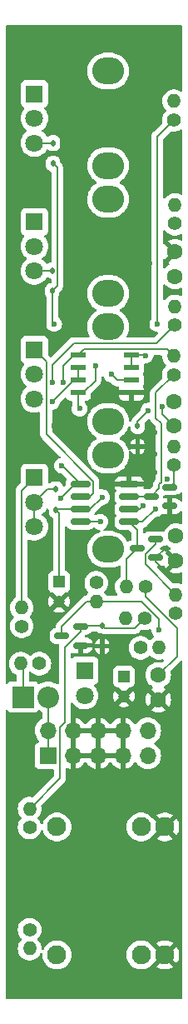
<source format=gbr>
%TF.GenerationSoftware,KiCad,Pcbnew,8.0.0*%
%TF.CreationDate,2024-04-08T18:28:55+02:00*%
%TF.ProjectId,feitw,66656974-772e-46b6-9963-61645f706362,rev?*%
%TF.SameCoordinates,Original*%
%TF.FileFunction,Copper,L2,Bot*%
%TF.FilePolarity,Positive*%
%FSLAX46Y46*%
G04 Gerber Fmt 4.6, Leading zero omitted, Abs format (unit mm)*
G04 Created by KiCad (PCBNEW 8.0.0) date 2024-04-08 18:28:55*
%MOMM*%
%LPD*%
G01*
G04 APERTURE LIST*
G04 Aperture macros list*
%AMRoundRect*
0 Rectangle with rounded corners*
0 $1 Rounding radius*
0 $2 $3 $4 $5 $6 $7 $8 $9 X,Y pos of 4 corners*
0 Add a 4 corners polygon primitive as box body*
4,1,4,$2,$3,$4,$5,$6,$7,$8,$9,$2,$3,0*
0 Add four circle primitives for the rounded corners*
1,1,$1+$1,$2,$3*
1,1,$1+$1,$4,$5*
1,1,$1+$1,$6,$7*
1,1,$1+$1,$8,$9*
0 Add four rect primitives between the rounded corners*
20,1,$1+$1,$2,$3,$4,$5,0*
20,1,$1+$1,$4,$5,$6,$7,0*
20,1,$1+$1,$6,$7,$8,$9,0*
20,1,$1+$1,$8,$9,$2,$3,0*%
G04 Aperture macros list end*
%TA.AperFunction,ComponentPad*%
%ADD10C,1.930400*%
%TD*%
%TA.AperFunction,ComponentPad*%
%ADD11O,3.240000X2.720000*%
%TD*%
%TA.AperFunction,ComponentPad*%
%ADD12R,1.800000X1.800000*%
%TD*%
%TA.AperFunction,ComponentPad*%
%ADD13C,1.800000*%
%TD*%
%TA.AperFunction,ComponentPad*%
%ADD14C,1.600000*%
%TD*%
%TA.AperFunction,ComponentPad*%
%ADD15C,1.400000*%
%TD*%
%TA.AperFunction,ComponentPad*%
%ADD16O,1.400000X1.400000*%
%TD*%
%TA.AperFunction,SMDPad,CuDef*%
%ADD17RoundRect,0.150000X0.587500X0.150000X-0.587500X0.150000X-0.587500X-0.150000X0.587500X-0.150000X0*%
%TD*%
%TA.AperFunction,SMDPad,CuDef*%
%ADD18RoundRect,0.112500X-0.112500X0.187500X-0.112500X-0.187500X0.112500X-0.187500X0.112500X0.187500X0*%
%TD*%
%TA.AperFunction,ComponentPad*%
%ADD19R,1.700000X1.700000*%
%TD*%
%TA.AperFunction,ComponentPad*%
%ADD20O,1.700000X1.700000*%
%TD*%
%TA.AperFunction,ComponentPad*%
%ADD21R,1.200000X1.200000*%
%TD*%
%TA.AperFunction,ComponentPad*%
%ADD22C,1.200000*%
%TD*%
%TA.AperFunction,SMDPad,CuDef*%
%ADD23R,1.550000X0.600000*%
%TD*%
%TA.AperFunction,SMDPad,CuDef*%
%ADD24RoundRect,0.112500X0.112500X-0.187500X0.112500X0.187500X-0.112500X0.187500X-0.112500X-0.187500X0*%
%TD*%
%TA.AperFunction,ComponentPad*%
%ADD25R,2.200000X2.200000*%
%TD*%
%TA.AperFunction,ComponentPad*%
%ADD26O,2.200000X2.200000*%
%TD*%
%TA.AperFunction,SMDPad,CuDef*%
%ADD27RoundRect,0.150000X0.825000X0.150000X-0.825000X0.150000X-0.825000X-0.150000X0.825000X-0.150000X0*%
%TD*%
%TA.AperFunction,ViaPad*%
%ADD28C,0.600000*%
%TD*%
%TA.AperFunction,Conductor*%
%ADD29C,0.200000*%
%TD*%
G04 APERTURE END LIST*
D10*
%TO.P,J1,S*%
%TO.N,GND*%
X155765800Y-165000000D03*
%TO.P,J1,T*%
%TO.N,Net-(J1-PadT)*%
X144793000Y-165000000D03*
%TO.P,J1,TN*%
%TO.N,unconnected-(J1-PadTN)*%
X153352800Y-165000000D03*
%TD*%
%TO.P,J3,S*%
%TO.N,GND*%
X155765800Y-152000000D03*
%TO.P,J3,T*%
%TO.N,Net-(J3-PadT)*%
X144793000Y-152000000D03*
%TO.P,J3,TN*%
%TO.N,unconnected-(J3-PadTN)*%
X153352800Y-152000000D03*
%TD*%
D11*
%TO.P,RV2,*%
%TO.N,*%
X150000000Y-88200000D03*
X150000000Y-97800000D03*
D12*
%TO.P,RV2,1,1*%
%TO.N,Net-(R13-Pad2)*%
X142500000Y-90500000D03*
D13*
%TO.P,RV2,2,2*%
%TO.N,Net-(D7-K)*%
X142500000Y-93000000D03*
%TO.P,RV2,3,3*%
X142500000Y-95500000D03*
%TD*%
D11*
%TO.P,RV3,*%
%TO.N,*%
X150000000Y-101200000D03*
X150000000Y-110800000D03*
D12*
%TO.P,RV3,1,1*%
%TO.N,Net-(U1-DIS)*%
X142500000Y-103500000D03*
D13*
%TO.P,RV3,2,2*%
%TO.N,Net-(U2A-+)*%
X142500000Y-106000000D03*
%TO.P,RV3,3,3*%
%TO.N,Net-(R15-Pad1)*%
X142500000Y-108500000D03*
%TD*%
D11*
%TO.P,RV1,*%
%TO.N,*%
X150000000Y-75200000D03*
X150000000Y-84800000D03*
D12*
%TO.P,RV1,1,1*%
%TO.N,Net-(R1-Pad2)*%
X142500000Y-77500000D03*
D13*
%TO.P,RV1,2,2*%
%TO.N,Net-(D6-A)*%
X142500000Y-80000000D03*
%TO.P,RV1,3,3*%
X142500000Y-82500000D03*
%TD*%
D11*
%TO.P,RV4,*%
%TO.N,*%
X150000000Y-114200000D03*
X150000000Y-123800000D03*
D12*
%TO.P,RV4,1,1*%
%TO.N,Net-(R14-Pad2)*%
X142500000Y-116500000D03*
D13*
%TO.P,RV4,2,2*%
%TO.N,Net-(D8-K)*%
X142500000Y-119000000D03*
%TO.P,RV4,3,3*%
X142500000Y-121500000D03*
%TD*%
D14*
%TO.P,C4,1*%
%TO.N,Net-(U1-CV)*%
X156900000Y-122450000D03*
%TO.P,C4,2*%
%TO.N,GND*%
X156900000Y-124950000D03*
%TD*%
D15*
%TO.P,R3,1*%
%TO.N,+12V*%
X143005000Y-135400000D03*
D16*
%TO.P,R3,2*%
%TO.N,Net-(D1-K)*%
X141105000Y-135400000D03*
%TD*%
D15*
%TO.P,R9,1*%
%TO.N,Net-(D3-K)*%
X153295000Y-133800000D03*
D16*
%TO.P,R9,2*%
%TO.N,Net-(Q3-C)*%
X155195000Y-133800000D03*
%TD*%
D17*
%TO.P,Q3,1,B*%
%TO.N,Net-(D4-K)*%
X147175000Y-131650000D03*
%TO.P,Q3,2,E*%
%TO.N,GND*%
X147175000Y-133550000D03*
%TO.P,Q3,3,C*%
%TO.N,Net-(Q3-C)*%
X145300000Y-132600000D03*
%TD*%
D15*
%TO.P,R1,1*%
%TO.N,Net-(U1-Q)*%
X156700000Y-80145000D03*
D16*
%TO.P,R1,2*%
%TO.N,Net-(R1-Pad2)*%
X156700000Y-78245000D03*
%TD*%
D18*
%TO.P,D7,1,K*%
%TO.N,Net-(D7-K)*%
X144300000Y-95450000D03*
%TO.P,D7,2,A*%
%TO.N,Net-(D6-K)*%
X144300000Y-97550000D03*
%TD*%
D19*
%TO.P,J2,1,+12V*%
%TO.N,Net-(D1-A)*%
X143876000Y-144762000D03*
D20*
%TO.P,J2,2,+12V*%
X143876000Y-142222000D03*
%TO.P,J2,3,GND*%
%TO.N,GND*%
X146416000Y-144762000D03*
%TO.P,J2,4,GND*%
X146416000Y-142222000D03*
%TO.P,J2,5,GND*%
X148956000Y-144762000D03*
%TO.P,J2,6,GND*%
X148956000Y-142222000D03*
%TO.P,J2,7,GND*%
X151496000Y-144762000D03*
%TO.P,J2,8,GND*%
X151496000Y-142222000D03*
%TO.P,J2,9,-12V*%
%TO.N,unconnected-(J2--12V-Pad9)*%
X154036000Y-144762000D03*
%TO.P,J2,10,-12V*%
%TO.N,unconnected-(J2--12V-Pad10)*%
X154036000Y-142222000D03*
%TD*%
D15*
%TO.P,R12,1*%
%TO.N,Net-(U2B--)*%
X142000000Y-162455000D03*
D16*
%TO.P,R12,2*%
%TO.N,Net-(J1-PadT)*%
X142000000Y-164355000D03*
%TD*%
D18*
%TO.P,D8,1,K*%
%TO.N,Net-(D8-K)*%
X144672500Y-117672500D03*
%TO.P,D8,2,A*%
%TO.N,Net-(D6-K)*%
X144672500Y-119772500D03*
%TD*%
D21*
%TO.P,C6,1*%
%TO.N,Net-(D6-K)*%
X145000000Y-127100000D03*
D22*
%TO.P,C6,2*%
%TO.N,GND*%
X145000000Y-129100000D03*
%TD*%
D18*
%TO.P,D5,1,K*%
%TO.N,Net-(D5-K)*%
X153000000Y-111250000D03*
%TO.P,D5,2,A*%
%TO.N,GND*%
X153000000Y-113350000D03*
%TD*%
D15*
%TO.P,R14,1*%
%TO.N,Net-(Q2-C)*%
X141200000Y-131605000D03*
D16*
%TO.P,R14,2*%
%TO.N,Net-(R14-Pad2)*%
X141200000Y-129705000D03*
%TD*%
D14*
%TO.P,C7,1*%
%TO.N,GND*%
X155100000Y-139050000D03*
%TO.P,C7,2*%
%TO.N,+12V*%
X155100000Y-136550000D03*
%TD*%
D23*
%TO.P,U2,1*%
%TO.N,Net-(U2A--)*%
X152368000Y-104075000D03*
%TO.P,U2,2,-*%
X152368000Y-105345000D03*
%TO.P,U2,3,+*%
%TO.N,Net-(U2A-+)*%
X152368000Y-106615000D03*
%TO.P,U2,4,V-*%
%TO.N,GND*%
X152368000Y-107885000D03*
%TO.P,U2,5,+*%
%TO.N,Net-(D6-K)*%
X146968000Y-107885000D03*
%TO.P,U2,6,-*%
%TO.N,Net-(U2B--)*%
X146968000Y-106615000D03*
%TO.P,U2,7*%
X146968000Y-105345000D03*
%TO.P,U2,8,V+*%
%TO.N,+12V*%
X146968000Y-104075000D03*
%TD*%
D24*
%TO.P,D6,1,K*%
%TO.N,Net-(D6-K)*%
X144400000Y-84605000D03*
%TO.P,D6,2,A*%
%TO.N,Net-(D6-A)*%
X144400000Y-82505000D03*
%TD*%
D17*
%TO.P,Q1,1,B*%
%TO.N,Net-(Q1-B)*%
X156237500Y-117500000D03*
%TO.P,Q1,2,E*%
%TO.N,GND*%
X156237500Y-119400000D03*
%TO.P,Q1,3,C*%
%TO.N,Net-(Q1-C)*%
X154362500Y-118450000D03*
%TD*%
D14*
%TO.P,C5,1*%
%TO.N,Net-(Q2-C)*%
X156700000Y-108750000D03*
%TO.P,C5,2*%
%TO.N,Net-(D5-K)*%
X156700000Y-111250000D03*
%TD*%
D25*
%TO.P,D1,1,K*%
%TO.N,Net-(D1-K)*%
X141328234Y-138800000D03*
D26*
%TO.P,D1,2,A*%
%TO.N,Net-(D1-A)*%
X143868234Y-138800000D03*
%TD*%
D14*
%TO.P,C1,1*%
%TO.N,+12V*%
X156800000Y-96050000D03*
%TO.P,C1,2*%
%TO.N,GND*%
X156800000Y-93550000D03*
%TD*%
D12*
%TO.P,D3,1,K*%
%TO.N,Net-(D3-K)*%
X147600000Y-136125000D03*
D13*
%TO.P,D3,2,A*%
%TO.N,+12V*%
X147600000Y-138665000D03*
%TD*%
D27*
%TO.P,U1,1,GND*%
%TO.N,GND*%
X152143000Y-117182000D03*
%TO.P,U1,2,TR*%
%TO.N,Net-(Q1-C)*%
X152143000Y-118452000D03*
%TO.P,U1,3,Q*%
%TO.N,Net-(U1-Q)*%
X152143000Y-119722000D03*
%TO.P,U1,4,R*%
%TO.N,Net-(Q2-C)*%
X152143000Y-120992000D03*
%TO.P,U1,5,CV*%
%TO.N,Net-(U1-CV)*%
X147193000Y-120992000D03*
%TO.P,U1,6,THR*%
%TO.N,Net-(D6-K)*%
X147193000Y-119722000D03*
%TO.P,U1,7,DIS*%
%TO.N,Net-(U1-DIS)*%
X147193000Y-118452000D03*
%TO.P,U1,8,VCC*%
%TO.N,+12V*%
X147193000Y-117182000D03*
%TD*%
D15*
%TO.P,R8,1*%
%TO.N,+12V*%
X148795000Y-127195000D03*
D16*
%TO.P,R8,2*%
%TO.N,Net-(Q3-C)*%
X148795000Y-129095000D03*
%TD*%
D17*
%TO.P,Q2,1,B*%
%TO.N,Net-(Q2-B)*%
X154837500Y-122750000D03*
%TO.P,Q2,2,E*%
%TO.N,GND*%
X154837500Y-124650000D03*
%TO.P,Q2,3,C*%
%TO.N,Net-(Q2-C)*%
X152962500Y-123700000D03*
%TD*%
D15*
%TO.P,R7,1*%
%TO.N,Net-(Q3-C)*%
X156900000Y-130305000D03*
D16*
%TO.P,R7,2*%
%TO.N,Net-(Q2-B)*%
X156900000Y-128405000D03*
%TD*%
D21*
%TO.P,C2,1*%
%TO.N,+12V*%
X151600000Y-136727401D03*
D22*
%TO.P,C2,2*%
%TO.N,GND*%
X151600000Y-138727401D03*
%TD*%
D15*
%TO.P,R13,1*%
%TO.N,Net-(U2A--)*%
X156800000Y-90705000D03*
D16*
%TO.P,R13,2*%
%TO.N,Net-(R13-Pad2)*%
X156800000Y-88805000D03*
%TD*%
D15*
%TO.P,R11,1*%
%TO.N,Net-(D4-K)*%
X153700000Y-130800000D03*
D16*
%TO.P,R11,2*%
%TO.N,Net-(Q2-C)*%
X151800000Y-130800000D03*
%TD*%
D15*
%TO.P,R15,1*%
%TO.N,Net-(R15-Pad1)*%
X156800000Y-101005000D03*
D16*
%TO.P,R15,2*%
%TO.N,+12V*%
X156800000Y-99105000D03*
%TD*%
D15*
%TO.P,R5,1*%
%TO.N,Net-(Q1-B)*%
X156700000Y-115245000D03*
D16*
%TO.P,R5,2*%
%TO.N,Net-(D5-K)*%
X156700000Y-113345000D03*
%TD*%
D15*
%TO.P,R6,1*%
%TO.N,+12V*%
X153805000Y-127600000D03*
D16*
%TO.P,R6,2*%
%TO.N,Net-(Q2-C)*%
X151905000Y-127600000D03*
%TD*%
D15*
%TO.P,R2,1*%
%TO.N,Net-(Q1-C)*%
X156700000Y-106040000D03*
D16*
%TO.P,R2,2*%
%TO.N,+12V*%
X156700000Y-104140000D03*
%TD*%
D18*
%TO.P,D4,1,K*%
%TO.N,Net-(D4-K)*%
X149400000Y-131550000D03*
%TO.P,D4,2,A*%
%TO.N,GND*%
X149400000Y-133650000D03*
%TD*%
D15*
%TO.P,R10,1*%
%TO.N,Net-(J3-PadT)*%
X142000000Y-152045000D03*
D16*
%TO.P,R10,2*%
%TO.N,Net-(D4-K)*%
X142000000Y-150145000D03*
%TD*%
D28*
%TO.N,GND*%
X144500000Y-111200000D03*
X146900000Y-112000000D03*
X152800000Y-80700000D03*
X145800000Y-75300000D03*
X145600000Y-81200000D03*
X152800000Y-76800000D03*
X146700000Y-89100000D03*
X146500000Y-86800000D03*
X157300000Y-136400000D03*
X142500000Y-125600000D03*
X147100000Y-122800000D03*
X149800000Y-117000000D03*
X150000000Y-93100000D03*
X156700000Y-84700000D03*
%TO.N,+12V*%
X145400000Y-106800000D03*
X145300000Y-115300000D03*
X145200000Y-118600000D03*
%TO.N,GND*%
X155900000Y-97600000D03*
X156600000Y-120600000D03*
X143700000Y-130400000D03*
X154500000Y-106500000D03*
X155800000Y-123700000D03*
X154700000Y-114100000D03*
X156050000Y-116682133D03*
X157200000Y-126900000D03*
X155700000Y-125900000D03*
X154699998Y-116000000D03*
X157200000Y-118400000D03*
X154200000Y-94700000D03*
X148300000Y-132600000D03*
X152300000Y-112100000D03*
X143600000Y-132600000D03*
X152300000Y-100000000D03*
X154756992Y-111936506D03*
%TO.N,Net-(U1-CV)*%
X149200000Y-121000000D03*
%TO.N,Net-(Q2-C)*%
X154800000Y-119700000D03*
%TO.N,Net-(D5-K)*%
X155471493Y-109259627D03*
X154100004Y-109700000D03*
%TO.N,Net-(D6-K)*%
X148699999Y-105099998D03*
X144500002Y-100900000D03*
X149400000Y-118500000D03*
X147100000Y-109500000D03*
%TO.N,Net-(Q3-C)*%
X155200000Y-132000000D03*
%TO.N,Net-(U1-Q)*%
X153579677Y-119389571D03*
X155000000Y-100900000D03*
%TO.N,Net-(U2B--)*%
X144300000Y-108800000D03*
%TO.N,Net-(U2A--)*%
X153800000Y-104100000D03*
%TO.N,Net-(R15-Pad1)*%
X144300000Y-106800000D03*
%TO.N,Net-(U2A-+)*%
X150300000Y-106000000D03*
%TD*%
D29*
%TO.N,+12V*%
X153805000Y-128624214D02*
X153805000Y-127600000D01*
X157000000Y-134650000D02*
X157000000Y-131819214D01*
X145311000Y-115300000D02*
X145300000Y-115300000D01*
X145400000Y-105168000D02*
X145400000Y-106800000D01*
X146968000Y-104075000D02*
X146493000Y-104075000D01*
X147568000Y-103475000D02*
X156035000Y-103475000D01*
X146968000Y-104075000D02*
X147568000Y-103475000D01*
X157000000Y-131819214D02*
X153805000Y-128624214D01*
X146618000Y-117182000D02*
X145200000Y-118600000D01*
X156035000Y-103475000D02*
X156700000Y-104140000D01*
X146493000Y-104075000D02*
X145400000Y-105168000D01*
X147193000Y-117182000D02*
X145311000Y-115300000D01*
X147193000Y-117182000D02*
X146618000Y-117182000D01*
X155100000Y-136550000D02*
X157000000Y-134650000D01*
%TO.N,GND*%
X154837500Y-124650000D02*
X154850000Y-124650000D01*
X154837500Y-124650000D02*
X154837500Y-125037500D01*
X154850000Y-124650000D02*
X155800000Y-123700000D01*
X154837500Y-125037500D02*
X155700000Y-125900000D01*
%TO.N,Net-(U1-CV)*%
X149192000Y-120992000D02*
X149200000Y-121000000D01*
X147193000Y-120992000D02*
X149192000Y-120992000D01*
%TO.N,Net-(Q2-C)*%
X152143000Y-120992000D02*
X152962500Y-121811500D01*
X153508000Y-120992000D02*
X152143000Y-120992000D01*
X152962500Y-121811500D02*
X152962500Y-123700000D01*
X151905000Y-127600000D02*
X151905000Y-124757500D01*
X154800000Y-119700000D02*
X153508000Y-120992000D01*
X151905000Y-124757500D02*
X152962500Y-123700000D01*
%TO.N,Net-(D5-K)*%
X156700000Y-111250000D02*
X155471493Y-110021493D01*
X153000000Y-110800004D02*
X154100004Y-109700000D01*
X153000000Y-111250000D02*
X153000000Y-110800004D01*
X155471493Y-110021493D02*
X155471493Y-109259627D01*
%TO.N,Net-(D6-K)*%
X147443000Y-107885000D02*
X148699999Y-106628001D01*
X146968000Y-107885000D02*
X146968000Y-109368000D01*
X144825000Y-85030000D02*
X144400000Y-84605000D01*
X149400000Y-118500000D02*
X149500000Y-118400000D01*
X144825000Y-97025000D02*
X144825000Y-85030000D01*
X147193000Y-119722000D02*
X144723000Y-119722000D01*
X144300000Y-100699998D02*
X144500002Y-100900000D01*
X148699999Y-106628001D02*
X148699999Y-105099998D01*
X144300000Y-97550000D02*
X144300000Y-100699998D01*
X146968000Y-107885000D02*
X147443000Y-107885000D01*
X146968000Y-109368000D02*
X147100000Y-109500000D01*
X145000000Y-127100000D02*
X145000000Y-120100000D01*
X144300000Y-97550000D02*
X144825000Y-97025000D01*
X147193000Y-119722000D02*
X148178000Y-119722000D01*
X144723000Y-119722000D02*
X144672500Y-119772500D01*
X145000000Y-120100000D02*
X144672500Y-119772500D01*
X148178000Y-119722000D02*
X149400000Y-118500000D01*
%TO.N,Net-(D1-K)*%
X141328234Y-138800000D02*
X141328234Y-135623234D01*
X141328234Y-135623234D02*
X141105000Y-135400000D01*
%TO.N,Net-(D1-A)*%
X143876000Y-138807766D02*
X143868234Y-138800000D01*
X143876000Y-144762000D02*
X143876000Y-142222000D01*
X143876000Y-142222000D02*
X143876000Y-138807766D01*
%TO.N,Net-(D4-K)*%
X145600000Y-141411654D02*
X145100000Y-141911654D01*
X149400000Y-131550000D02*
X149650000Y-131800000D01*
X147175000Y-131650000D02*
X147175000Y-132171948D01*
X149400000Y-131550000D02*
X147275000Y-131550000D01*
X149650000Y-131800000D02*
X152700000Y-131800000D01*
X147175000Y-132171948D02*
X145600000Y-133746948D01*
X145600000Y-133746948D02*
X145600000Y-141411654D01*
X145100000Y-147045000D02*
X142000000Y-150145000D01*
X145100000Y-141911654D02*
X145100000Y-147045000D01*
X147275000Y-131550000D02*
X147175000Y-131650000D01*
X152700000Y-131800000D02*
X153700000Y-130800000D01*
%TO.N,Net-(D6-A)*%
X142505000Y-82505000D02*
X142500000Y-82500000D01*
X144400000Y-82505000D02*
X142505000Y-82505000D01*
%TO.N,Net-(D7-K)*%
X142550000Y-95450000D02*
X142500000Y-95500000D01*
X144300000Y-95450000D02*
X142550000Y-95450000D01*
%TO.N,Net-(D8-K)*%
X144672500Y-117672500D02*
X143827500Y-117672500D01*
X143827500Y-117672500D02*
X142500000Y-119000000D01*
X142500000Y-121500000D02*
X142500000Y-119000000D01*
%TO.N,Net-(Q1-C)*%
X155400000Y-111000000D02*
X154850000Y-110450000D01*
X154362500Y-118450000D02*
X152145000Y-118450000D01*
X152145000Y-118450000D02*
X152143000Y-118452000D01*
X154850000Y-110450000D02*
X154850000Y-107890000D01*
X155200000Y-117612500D02*
X155200000Y-117159448D01*
X155200000Y-117159448D02*
X155400000Y-116959448D01*
X154362500Y-118450000D02*
X155200000Y-117612500D01*
X155400000Y-116959448D02*
X155400000Y-111000000D01*
X154850000Y-107890000D02*
X156700000Y-106040000D01*
%TO.N,Net-(Q1-B)*%
X156237500Y-117500000D02*
X156700000Y-117037500D01*
X156700000Y-117037500D02*
X156700000Y-115245000D01*
%TO.N,Net-(Q2-B)*%
X153800000Y-125305000D02*
X156900000Y-128405000D01*
X154837500Y-123271948D02*
X153800000Y-124309448D01*
X154837500Y-122750000D02*
X154837500Y-123271948D01*
X153800000Y-124309448D02*
X153800000Y-125305000D01*
%TO.N,Net-(Q3-C)*%
X145300000Y-132600000D02*
X145300000Y-131600051D01*
X147805051Y-129095000D02*
X148795000Y-129095000D01*
X153409214Y-129095000D02*
X155200000Y-130885786D01*
X145300000Y-131600051D02*
X147805051Y-129095000D01*
X155200000Y-130885786D02*
X155200000Y-132000000D01*
X148795000Y-129095000D02*
X153409214Y-129095000D01*
%TO.N,Net-(U1-Q)*%
X155000000Y-81845000D02*
X155000000Y-100900000D01*
X153247248Y-119722000D02*
X153579677Y-119389571D01*
X156700000Y-80145000D02*
X155000000Y-81845000D01*
X152143000Y-119722000D02*
X153247248Y-119722000D01*
%TO.N,Net-(U2B--)*%
X146493000Y-106615000D02*
X144308000Y-108800000D01*
X146968000Y-105345000D02*
X146968000Y-106615000D01*
X144308000Y-108800000D02*
X144300000Y-108800000D01*
X146968000Y-106615000D02*
X146493000Y-106615000D01*
%TO.N,Net-(U2A--)*%
X152368000Y-104075000D02*
X153775000Y-104075000D01*
X152368000Y-104075000D02*
X152368000Y-105345000D01*
X153775000Y-104075000D02*
X153800000Y-104100000D01*
%TO.N,Net-(R14-Pad2)*%
X141200000Y-129705000D02*
X141200000Y-117800000D01*
X141200000Y-117800000D02*
X142500000Y-116500000D01*
%TO.N,Net-(R15-Pad1)*%
X146508000Y-102860000D02*
X154945000Y-102860000D01*
X144300000Y-105068000D02*
X146508000Y-102860000D01*
X144300000Y-106800000D02*
X144300000Y-105068000D01*
X154945000Y-102860000D02*
X156800000Y-101005000D01*
%TO.N,Net-(U1-DIS)*%
X148500000Y-116873448D02*
X148500000Y-118119999D01*
X142500000Y-103500000D02*
X143700000Y-104700000D01*
X148500000Y-118119999D02*
X148167999Y-118452000D01*
X143700000Y-112073448D02*
X148500000Y-116873448D01*
X143700000Y-104700000D02*
X143700000Y-112073448D01*
X148167999Y-118452000D02*
X147193000Y-118452000D01*
%TO.N,Net-(U2A-+)*%
X152368000Y-106615000D02*
X150915000Y-106615000D01*
X150915000Y-106615000D02*
X150300000Y-106000000D01*
%TD*%
%TA.AperFunction,Conductor*%
%TO.N,GND*%
G36*
X154357005Y-131910650D02*
G01*
X154391259Y-131971546D01*
X154394435Y-131999429D01*
X154394435Y-132000003D01*
X154414630Y-132179249D01*
X154414631Y-132179254D01*
X154474211Y-132349523D01*
X154570184Y-132502262D01*
X154627855Y-132559933D01*
X154661340Y-132621256D01*
X154656356Y-132690948D01*
X154614484Y-132746881D01*
X154605451Y-132753041D01*
X154468439Y-132837874D01*
X154468437Y-132837876D01*
X154328538Y-132965411D01*
X154265734Y-132996028D01*
X154196347Y-132987830D01*
X154161462Y-132965411D01*
X154021562Y-132837876D01*
X154021560Y-132837874D01*
X153832404Y-132720754D01*
X153832398Y-132720752D01*
X153624940Y-132640382D01*
X153406243Y-132599500D01*
X153183757Y-132599500D01*
X152965060Y-132640382D01*
X152871958Y-132676450D01*
X152757601Y-132720752D01*
X152757595Y-132720754D01*
X152568439Y-132837874D01*
X152568437Y-132837876D01*
X152404020Y-132987761D01*
X152269943Y-133165308D01*
X152269938Y-133165316D01*
X152170775Y-133364461D01*
X152170769Y-133364476D01*
X152109885Y-133578462D01*
X152109884Y-133578464D01*
X152089357Y-133799999D01*
X152089357Y-133800000D01*
X152109884Y-134021535D01*
X152109885Y-134021537D01*
X152170769Y-134235523D01*
X152170775Y-134235538D01*
X152269938Y-134434683D01*
X152269943Y-134434691D01*
X152404020Y-134612238D01*
X152568437Y-134762123D01*
X152568439Y-134762125D01*
X152757595Y-134879245D01*
X152757596Y-134879245D01*
X152757599Y-134879247D01*
X152965060Y-134959618D01*
X153183757Y-135000500D01*
X153183759Y-135000500D01*
X153406241Y-135000500D01*
X153406243Y-135000500D01*
X153624940Y-134959618D01*
X153832401Y-134879247D01*
X154021562Y-134762124D01*
X154161462Y-134634587D01*
X154224266Y-134603971D01*
X154293653Y-134612168D01*
X154328538Y-134634588D01*
X154468437Y-134762123D01*
X154468439Y-134762125D01*
X154657595Y-134879245D01*
X154657596Y-134879245D01*
X154657599Y-134879247D01*
X154865060Y-134959618D01*
X155083757Y-135000500D01*
X155083760Y-135000500D01*
X155087708Y-135001238D01*
X155108979Y-135012053D01*
X155126336Y-135002931D01*
X155150768Y-135000500D01*
X155306240Y-135000500D01*
X155306243Y-135000500D01*
X155520234Y-134960497D01*
X155589744Y-134967528D01*
X155644423Y-135011025D01*
X155666906Y-135077179D01*
X155650054Y-135144986D01*
X155630696Y-135170067D01*
X155542705Y-135258058D01*
X155481382Y-135291543D01*
X155422931Y-135290152D01*
X155326697Y-135264366D01*
X155326693Y-135264365D01*
X155326692Y-135264365D01*
X155326691Y-135264364D01*
X155326686Y-135264364D01*
X155139961Y-135248028D01*
X155106148Y-135234801D01*
X155077401Y-135246498D01*
X155075731Y-135246655D01*
X154873312Y-135264364D01*
X154873302Y-135264366D01*
X154653511Y-135323258D01*
X154653502Y-135323261D01*
X154447267Y-135419431D01*
X154447265Y-135419432D01*
X154260858Y-135549954D01*
X154099954Y-135710858D01*
X153969432Y-135897265D01*
X153969431Y-135897267D01*
X153873261Y-136103502D01*
X153873258Y-136103511D01*
X153814366Y-136323302D01*
X153814364Y-136323313D01*
X153794532Y-136549998D01*
X153794532Y-136550001D01*
X153814364Y-136776686D01*
X153814366Y-136776697D01*
X153873258Y-136996488D01*
X153873261Y-136996497D01*
X153969431Y-137202732D01*
X153969432Y-137202734D01*
X154099954Y-137389141D01*
X154260858Y-137550045D01*
X154288970Y-137569729D01*
X154447266Y-137680568D01*
X154462975Y-137687893D01*
X154515414Y-137734064D01*
X154534567Y-137801257D01*
X154514352Y-137868138D01*
X154462979Y-137912656D01*
X154447514Y-137919867D01*
X154447512Y-137919868D01*
X154374526Y-137970973D01*
X154374526Y-137970974D01*
X155053553Y-138650000D01*
X155047339Y-138650000D01*
X154945606Y-138677259D01*
X154854394Y-138729920D01*
X154779920Y-138804394D01*
X154727259Y-138895606D01*
X154700000Y-138997339D01*
X154700000Y-139003552D01*
X154020974Y-138324526D01*
X154020973Y-138324526D01*
X153969868Y-138397512D01*
X153969866Y-138397516D01*
X153873734Y-138603673D01*
X153873730Y-138603682D01*
X153814860Y-138823389D01*
X153814858Y-138823400D01*
X153795034Y-139049997D01*
X153795034Y-139050002D01*
X153814858Y-139276599D01*
X153814860Y-139276610D01*
X153873730Y-139496317D01*
X153873735Y-139496331D01*
X153969863Y-139702478D01*
X154020974Y-139775472D01*
X154700000Y-139096446D01*
X154700000Y-139102661D01*
X154727259Y-139204394D01*
X154779920Y-139295606D01*
X154854394Y-139370080D01*
X154945606Y-139422741D01*
X155047339Y-139450000D01*
X155053553Y-139450000D01*
X154374526Y-140129025D01*
X154447513Y-140180132D01*
X154447521Y-140180136D01*
X154653668Y-140276264D01*
X154653682Y-140276269D01*
X154873389Y-140335139D01*
X154873400Y-140335141D01*
X155099998Y-140354966D01*
X155100002Y-140354966D01*
X155326599Y-140335141D01*
X155326610Y-140335139D01*
X155546317Y-140276269D01*
X155546331Y-140276264D01*
X155752478Y-140180136D01*
X155825471Y-140129024D01*
X155146447Y-139450000D01*
X155152661Y-139450000D01*
X155254394Y-139422741D01*
X155345606Y-139370080D01*
X155420080Y-139295606D01*
X155472741Y-139204394D01*
X155500000Y-139102661D01*
X155500000Y-139096447D01*
X156179024Y-139775471D01*
X156230136Y-139702478D01*
X156326264Y-139496331D01*
X156326269Y-139496317D01*
X156385139Y-139276610D01*
X156385141Y-139276599D01*
X156404966Y-139050002D01*
X156404966Y-139049997D01*
X156385141Y-138823400D01*
X156385139Y-138823389D01*
X156326269Y-138603682D01*
X156326264Y-138603668D01*
X156230136Y-138397521D01*
X156230132Y-138397513D01*
X156179025Y-138324526D01*
X155500000Y-139003551D01*
X155500000Y-138997339D01*
X155472741Y-138895606D01*
X155420080Y-138804394D01*
X155345606Y-138729920D01*
X155254394Y-138677259D01*
X155152661Y-138650000D01*
X155146448Y-138650000D01*
X155825472Y-137970974D01*
X155752480Y-137919864D01*
X155737024Y-137912657D01*
X155684585Y-137866484D01*
X155665433Y-137799290D01*
X155685649Y-137732409D01*
X155737023Y-137687893D01*
X155752734Y-137680568D01*
X155939139Y-137550047D01*
X156100047Y-137389139D01*
X156230568Y-137202734D01*
X156326739Y-136996496D01*
X156385635Y-136776692D01*
X156405468Y-136550000D01*
X156404705Y-136541283D01*
X156385635Y-136323313D01*
X156385635Y-136323308D01*
X156359847Y-136227066D01*
X156361510Y-136157217D01*
X156391939Y-136107294D01*
X157357820Y-135141415D01*
X157419142Y-135107931D01*
X157488834Y-135112915D01*
X157544767Y-135154787D01*
X157569184Y-135220251D01*
X157569500Y-135229097D01*
X157569500Y-169325500D01*
X157549815Y-169392539D01*
X157497011Y-169438294D01*
X157445500Y-169449500D01*
X139674500Y-169449500D01*
X139607461Y-169429815D01*
X139561706Y-169377011D01*
X139550500Y-169325500D01*
X139550500Y-164355000D01*
X140794357Y-164355000D01*
X140814884Y-164576535D01*
X140814885Y-164576537D01*
X140875769Y-164790523D01*
X140875775Y-164790538D01*
X140974938Y-164989683D01*
X140974943Y-164989691D01*
X141109020Y-165167238D01*
X141273437Y-165317123D01*
X141273439Y-165317125D01*
X141462595Y-165434245D01*
X141462596Y-165434245D01*
X141462599Y-165434247D01*
X141670060Y-165514618D01*
X141888757Y-165555500D01*
X141888759Y-165555500D01*
X142111241Y-165555500D01*
X142111243Y-165555500D01*
X142329940Y-165514618D01*
X142537401Y-165434247D01*
X142726562Y-165317124D01*
X142890981Y-165167236D01*
X143025058Y-164989689D01*
X143062098Y-164915304D01*
X143094718Y-164849794D01*
X143142220Y-164798556D01*
X143209883Y-164781135D01*
X143276224Y-164803060D01*
X143320179Y-164857372D01*
X143329295Y-164915304D01*
X143322278Y-164999994D01*
X143322277Y-165000004D01*
X143322277Y-165000005D01*
X143342335Y-165242069D01*
X143401965Y-165477543D01*
X143499537Y-165699986D01*
X143632390Y-165903334D01*
X143632393Y-165903337D01*
X143796906Y-166082046D01*
X143796909Y-166082048D01*
X143796912Y-166082051D01*
X143988582Y-166231234D01*
X143988588Y-166231238D01*
X143988591Y-166231240D01*
X144163873Y-166326098D01*
X144201372Y-166346392D01*
X144202217Y-166346849D01*
X144431959Y-166425719D01*
X144671549Y-166465700D01*
X144671550Y-166465700D01*
X144914450Y-166465700D01*
X144914451Y-166465700D01*
X145154041Y-166425719D01*
X145383783Y-166346849D01*
X145597409Y-166231240D01*
X145597944Y-166230824D01*
X145661776Y-166181140D01*
X145789094Y-166082046D01*
X145953607Y-165903337D01*
X146086462Y-165699987D01*
X146184035Y-165477543D01*
X146243664Y-165242073D01*
X146263723Y-165000005D01*
X151882077Y-165000005D01*
X151902135Y-165242069D01*
X151961765Y-165477543D01*
X152059337Y-165699986D01*
X152192190Y-165903334D01*
X152192193Y-165903337D01*
X152356706Y-166082046D01*
X152356709Y-166082048D01*
X152356712Y-166082051D01*
X152548382Y-166231234D01*
X152548388Y-166231238D01*
X152548391Y-166231240D01*
X152723673Y-166326098D01*
X152761172Y-166346392D01*
X152762017Y-166346849D01*
X152991759Y-166425719D01*
X153231349Y-166465700D01*
X153231350Y-166465700D01*
X153474250Y-166465700D01*
X153474251Y-166465700D01*
X153713841Y-166425719D01*
X153943583Y-166346849D01*
X154157209Y-166231240D01*
X154157744Y-166230824D01*
X154221576Y-166181140D01*
X154348894Y-166082046D01*
X154513407Y-165903337D01*
X154514847Y-165901132D01*
X154530977Y-165881269D01*
X155328152Y-165084093D01*
X155351592Y-165171571D01*
X155410111Y-165272930D01*
X155492870Y-165355689D01*
X155594229Y-165414208D01*
X155681705Y-165437647D01*
X154920540Y-166198811D01*
X154961667Y-166230822D01*
X154961670Y-166230824D01*
X155175212Y-166346386D01*
X155175226Y-166346392D01*
X155404879Y-166425233D01*
X155644390Y-166465200D01*
X155887210Y-166465200D01*
X156126720Y-166425233D01*
X156356373Y-166346392D01*
X156356387Y-166346386D01*
X156569931Y-166230823D01*
X156569937Y-166230818D01*
X156611058Y-166198812D01*
X156611059Y-166198811D01*
X155849894Y-165437647D01*
X155937371Y-165414208D01*
X156038730Y-165355689D01*
X156121489Y-165272930D01*
X156180008Y-165171571D01*
X156203447Y-165084095D01*
X156964092Y-165844740D01*
X157058821Y-165699749D01*
X157156361Y-165477378D01*
X157215969Y-165241994D01*
X157215971Y-165241982D01*
X157236022Y-165000005D01*
X157236022Y-164999994D01*
X157215971Y-164758017D01*
X157215969Y-164758005D01*
X157156361Y-164522621D01*
X157058823Y-164300255D01*
X156964092Y-164155258D01*
X156203447Y-164915904D01*
X156180008Y-164828429D01*
X156121489Y-164727070D01*
X156038730Y-164644311D01*
X155937371Y-164585792D01*
X155849894Y-164562352D01*
X156611058Y-163801187D01*
X156611058Y-163801185D01*
X156569943Y-163769184D01*
X156569932Y-163769177D01*
X156356387Y-163653613D01*
X156356373Y-163653607D01*
X156126720Y-163574766D01*
X155887210Y-163534800D01*
X155644390Y-163534800D01*
X155404879Y-163574766D01*
X155175226Y-163653607D01*
X155175212Y-163653613D01*
X154961668Y-163769177D01*
X154961665Y-163769179D01*
X154920539Y-163801187D01*
X155681705Y-164562352D01*
X155594229Y-164585792D01*
X155492870Y-164644311D01*
X155410111Y-164727070D01*
X155351592Y-164828429D01*
X155328152Y-164915904D01*
X154530973Y-164118725D01*
X154514848Y-164098869D01*
X154513407Y-164096663D01*
X154348894Y-163917954D01*
X154348889Y-163917950D01*
X154348887Y-163917948D01*
X154157217Y-163768765D01*
X154157211Y-163768761D01*
X153943584Y-163653151D01*
X153943579Y-163653149D01*
X153713843Y-163574281D01*
X153524924Y-163542756D01*
X153474251Y-163534300D01*
X153231349Y-163534300D01*
X153180676Y-163542756D01*
X152991756Y-163574281D01*
X152762020Y-163653149D01*
X152762015Y-163653151D01*
X152548388Y-163768761D01*
X152548382Y-163768765D01*
X152356712Y-163917948D01*
X152356709Y-163917951D01*
X152192190Y-164096665D01*
X152059337Y-164300013D01*
X151961765Y-164522456D01*
X151902135Y-164757930D01*
X151882077Y-164999994D01*
X151882077Y-165000005D01*
X146263723Y-165000005D01*
X146263723Y-165000000D01*
X146262868Y-164989683D01*
X146243664Y-164757930D01*
X146243664Y-164757927D01*
X146184035Y-164522457D01*
X146086462Y-164300013D01*
X145991889Y-164155258D01*
X145953609Y-164096665D01*
X145934901Y-164076343D01*
X145789094Y-163917954D01*
X145789089Y-163917950D01*
X145789087Y-163917948D01*
X145597417Y-163768765D01*
X145597411Y-163768761D01*
X145383784Y-163653151D01*
X145383779Y-163653149D01*
X145154043Y-163574281D01*
X144965124Y-163542756D01*
X144914451Y-163534300D01*
X144671549Y-163534300D01*
X144620876Y-163542756D01*
X144431956Y-163574281D01*
X144202220Y-163653149D01*
X144202215Y-163653151D01*
X143988588Y-163768761D01*
X143988582Y-163768765D01*
X143796912Y-163917948D01*
X143796909Y-163917951D01*
X143632390Y-164096665D01*
X143499538Y-164300011D01*
X143441094Y-164433250D01*
X143396137Y-164486735D01*
X143329401Y-164507425D01*
X143262073Y-164488750D01*
X143215530Y-164436639D01*
X143204067Y-164371997D01*
X143205643Y-164355000D01*
X143185115Y-164133464D01*
X143124229Y-163919472D01*
X143124224Y-163919461D01*
X143025061Y-163720316D01*
X143025056Y-163720308D01*
X142974690Y-163653613D01*
X142890981Y-163542764D01*
X142840380Y-163496635D01*
X142804101Y-163436927D01*
X142805861Y-163367079D01*
X142840380Y-163313364D01*
X142890981Y-163267236D01*
X143025058Y-163089689D01*
X143124229Y-162890528D01*
X143185115Y-162676536D01*
X143205643Y-162455000D01*
X143185115Y-162233464D01*
X143124229Y-162019472D01*
X143124224Y-162019461D01*
X143025061Y-161820316D01*
X143025056Y-161820308D01*
X142890979Y-161642761D01*
X142726562Y-161492876D01*
X142726560Y-161492874D01*
X142537404Y-161375754D01*
X142537398Y-161375752D01*
X142329940Y-161295382D01*
X142111243Y-161254500D01*
X141888757Y-161254500D01*
X141670060Y-161295382D01*
X141538864Y-161346207D01*
X141462601Y-161375752D01*
X141462595Y-161375754D01*
X141273439Y-161492874D01*
X141273437Y-161492876D01*
X141109020Y-161642761D01*
X140974943Y-161820308D01*
X140974938Y-161820316D01*
X140875775Y-162019461D01*
X140875769Y-162019476D01*
X140814885Y-162233462D01*
X140814884Y-162233464D01*
X140794357Y-162454999D01*
X140794357Y-162455000D01*
X140814884Y-162676535D01*
X140814885Y-162676537D01*
X140875769Y-162890523D01*
X140875775Y-162890538D01*
X140974938Y-163089683D01*
X140974943Y-163089691D01*
X141043366Y-163180298D01*
X141109017Y-163267234D01*
X141109021Y-163267238D01*
X141109026Y-163267243D01*
X141159617Y-163313364D01*
X141195898Y-163373076D01*
X141194137Y-163442923D01*
X141159617Y-163496636D01*
X141109026Y-163542756D01*
X141109021Y-163542761D01*
X140974943Y-163720308D01*
X140974938Y-163720316D01*
X140875775Y-163919461D01*
X140875769Y-163919476D01*
X140814885Y-164133462D01*
X140814884Y-164133464D01*
X140794357Y-164354999D01*
X140794357Y-164355000D01*
X139550500Y-164355000D01*
X139550500Y-140199733D01*
X139570185Y-140132694D01*
X139622989Y-140086939D01*
X139692147Y-140076995D01*
X139755703Y-140106020D01*
X139783333Y-140140307D01*
X139784441Y-140142336D01*
X139870686Y-140257544D01*
X139870689Y-140257547D01*
X139985898Y-140343793D01*
X139985905Y-140343797D01*
X140120751Y-140394091D01*
X140120750Y-140394091D01*
X140127678Y-140394835D01*
X140180361Y-140400500D01*
X142476106Y-140400499D01*
X142535717Y-140394091D01*
X142670565Y-140343796D01*
X142785780Y-140257546D01*
X142843162Y-140180893D01*
X142899094Y-140139024D01*
X142968786Y-140134040D01*
X143007215Y-140149478D01*
X143139375Y-140230466D01*
X143198953Y-140255143D01*
X143253355Y-140298983D01*
X143275421Y-140365277D01*
X143275500Y-140369704D01*
X143275500Y-140932908D01*
X143255815Y-140999947D01*
X143203914Y-141045286D01*
X143198173Y-141047963D01*
X143198169Y-141047965D01*
X143004597Y-141183505D01*
X142837505Y-141350597D01*
X142701965Y-141544169D01*
X142701964Y-141544171D01*
X142602098Y-141758335D01*
X142602094Y-141758344D01*
X142540938Y-141986586D01*
X142540936Y-141986596D01*
X142520341Y-142221999D01*
X142520341Y-142222000D01*
X142540936Y-142457403D01*
X142540938Y-142457413D01*
X142602094Y-142685655D01*
X142602096Y-142685659D01*
X142602097Y-142685663D01*
X142681597Y-142856151D01*
X142701965Y-142899830D01*
X142701967Y-142899834D01*
X142810281Y-143054521D01*
X142837504Y-143093400D01*
X142837506Y-143093402D01*
X142959430Y-143215326D01*
X142992915Y-143276649D01*
X142987931Y-143346341D01*
X142946059Y-143402274D01*
X142915083Y-143419189D01*
X142783669Y-143468203D01*
X142783664Y-143468206D01*
X142668455Y-143554452D01*
X142668452Y-143554455D01*
X142582206Y-143669664D01*
X142582202Y-143669671D01*
X142531908Y-143804517D01*
X142525501Y-143864116D01*
X142525500Y-143864135D01*
X142525500Y-145659870D01*
X142525501Y-145659876D01*
X142531908Y-145719483D01*
X142582202Y-145854328D01*
X142582206Y-145854335D01*
X142668452Y-145969544D01*
X142668455Y-145969547D01*
X142783664Y-146055793D01*
X142783671Y-146055797D01*
X142918517Y-146106091D01*
X142918516Y-146106091D01*
X142925444Y-146106835D01*
X142978127Y-146112500D01*
X144375500Y-146112499D01*
X144442539Y-146132184D01*
X144488294Y-146184987D01*
X144499500Y-146236499D01*
X144499500Y-146744902D01*
X144479815Y-146811941D01*
X144463181Y-146832583D01*
X142359680Y-148936083D01*
X142298357Y-148969568D01*
X142249215Y-148970291D01*
X142216442Y-148964164D01*
X142111243Y-148944500D01*
X141888757Y-148944500D01*
X141670060Y-148985382D01*
X141538864Y-149036207D01*
X141462601Y-149065752D01*
X141462595Y-149065754D01*
X141273439Y-149182874D01*
X141273437Y-149182876D01*
X141109020Y-149332761D01*
X140974943Y-149510308D01*
X140974938Y-149510316D01*
X140875775Y-149709461D01*
X140875769Y-149709476D01*
X140814885Y-149923462D01*
X140814884Y-149923464D01*
X140794357Y-150144999D01*
X140794357Y-150145000D01*
X140814884Y-150366535D01*
X140814885Y-150366537D01*
X140875769Y-150580523D01*
X140875775Y-150580538D01*
X140974938Y-150779683D01*
X140974943Y-150779691D01*
X141043366Y-150870298D01*
X141109017Y-150957234D01*
X141109021Y-150957238D01*
X141109026Y-150957243D01*
X141159617Y-151003364D01*
X141195898Y-151063076D01*
X141194137Y-151132923D01*
X141159617Y-151186636D01*
X141109026Y-151232756D01*
X141109021Y-151232761D01*
X140974943Y-151410308D01*
X140974938Y-151410316D01*
X140875775Y-151609461D01*
X140875769Y-151609476D01*
X140814885Y-151823462D01*
X140814884Y-151823464D01*
X140794357Y-152044999D01*
X140794357Y-152045000D01*
X140814884Y-152266535D01*
X140814885Y-152266537D01*
X140875769Y-152480523D01*
X140875775Y-152480538D01*
X140974938Y-152679683D01*
X140974943Y-152679691D01*
X141109020Y-152857238D01*
X141273437Y-153007123D01*
X141273439Y-153007125D01*
X141462595Y-153124245D01*
X141462596Y-153124245D01*
X141462599Y-153124247D01*
X141670060Y-153204618D01*
X141888757Y-153245500D01*
X141888759Y-153245500D01*
X142111241Y-153245500D01*
X142111243Y-153245500D01*
X142329940Y-153204618D01*
X142537401Y-153124247D01*
X142726562Y-153007124D01*
X142890981Y-152857236D01*
X143025058Y-152679689D01*
X143124229Y-152480528D01*
X143145342Y-152406320D01*
X143182621Y-152347229D01*
X143245930Y-152317671D01*
X143315170Y-152327033D01*
X143368356Y-152372342D01*
X143384814Y-152409816D01*
X143401964Y-152477543D01*
X143499537Y-152699986D01*
X143632390Y-152903334D01*
X143632393Y-152903337D01*
X143796906Y-153082046D01*
X143796909Y-153082048D01*
X143796912Y-153082051D01*
X143988582Y-153231234D01*
X143988588Y-153231238D01*
X143988591Y-153231240D01*
X144163873Y-153326098D01*
X144201372Y-153346392D01*
X144202217Y-153346849D01*
X144431959Y-153425719D01*
X144671549Y-153465700D01*
X144671550Y-153465700D01*
X144914450Y-153465700D01*
X144914451Y-153465700D01*
X145154041Y-153425719D01*
X145383783Y-153346849D01*
X145597409Y-153231240D01*
X145597944Y-153230824D01*
X145734874Y-153124247D01*
X145789094Y-153082046D01*
X145953607Y-152903337D01*
X146086462Y-152699987D01*
X146184035Y-152477543D01*
X146243664Y-152242073D01*
X146259994Y-152045000D01*
X146263723Y-152000005D01*
X151882077Y-152000005D01*
X151902135Y-152242069D01*
X151961765Y-152477543D01*
X152059337Y-152699986D01*
X152192190Y-152903334D01*
X152192193Y-152903337D01*
X152356706Y-153082046D01*
X152356709Y-153082048D01*
X152356712Y-153082051D01*
X152548382Y-153231234D01*
X152548388Y-153231238D01*
X152548391Y-153231240D01*
X152723673Y-153326098D01*
X152761172Y-153346392D01*
X152762017Y-153346849D01*
X152991759Y-153425719D01*
X153231349Y-153465700D01*
X153231350Y-153465700D01*
X153474250Y-153465700D01*
X153474251Y-153465700D01*
X153713841Y-153425719D01*
X153943583Y-153346849D01*
X154157209Y-153231240D01*
X154157744Y-153230824D01*
X154294674Y-153124247D01*
X154348894Y-153082046D01*
X154513407Y-152903337D01*
X154514847Y-152901132D01*
X154530977Y-152881269D01*
X155328152Y-152084093D01*
X155351592Y-152171571D01*
X155410111Y-152272930D01*
X155492870Y-152355689D01*
X155594229Y-152414208D01*
X155681705Y-152437647D01*
X154920540Y-153198811D01*
X154961667Y-153230822D01*
X154961670Y-153230824D01*
X155175212Y-153346386D01*
X155175226Y-153346392D01*
X155404879Y-153425233D01*
X155644390Y-153465200D01*
X155887210Y-153465200D01*
X156126720Y-153425233D01*
X156356373Y-153346392D01*
X156356387Y-153346386D01*
X156569931Y-153230823D01*
X156569937Y-153230818D01*
X156611058Y-153198812D01*
X156611059Y-153198811D01*
X155849894Y-152437647D01*
X155937371Y-152414208D01*
X156038730Y-152355689D01*
X156121489Y-152272930D01*
X156180008Y-152171571D01*
X156203447Y-152084095D01*
X156964092Y-152844740D01*
X157058821Y-152699749D01*
X157156361Y-152477378D01*
X157215969Y-152241994D01*
X157215971Y-152241982D01*
X157236022Y-152000005D01*
X157236022Y-151999994D01*
X157215971Y-151758017D01*
X157215969Y-151758005D01*
X157156361Y-151522621D01*
X157058823Y-151300255D01*
X156964092Y-151155258D01*
X156203447Y-151915904D01*
X156180008Y-151828429D01*
X156121489Y-151727070D01*
X156038730Y-151644311D01*
X155937371Y-151585792D01*
X155849894Y-151562352D01*
X156611058Y-150801187D01*
X156611058Y-150801185D01*
X156569943Y-150769184D01*
X156569932Y-150769177D01*
X156356387Y-150653613D01*
X156356373Y-150653607D01*
X156126720Y-150574766D01*
X155887210Y-150534800D01*
X155644390Y-150534800D01*
X155404879Y-150574766D01*
X155175226Y-150653607D01*
X155175212Y-150653613D01*
X154961668Y-150769177D01*
X154961665Y-150769179D01*
X154920539Y-150801187D01*
X155681705Y-151562352D01*
X155594229Y-151585792D01*
X155492870Y-151644311D01*
X155410111Y-151727070D01*
X155351592Y-151828429D01*
X155328152Y-151915904D01*
X154530973Y-151118725D01*
X154514848Y-151098869D01*
X154513407Y-151096663D01*
X154348894Y-150917954D01*
X154348889Y-150917950D01*
X154348887Y-150917948D01*
X154157217Y-150768765D01*
X154157211Y-150768761D01*
X153943584Y-150653151D01*
X153943579Y-150653149D01*
X153713843Y-150574281D01*
X153554114Y-150547627D01*
X153474251Y-150534300D01*
X153231349Y-150534300D01*
X153171451Y-150544295D01*
X152991756Y-150574281D01*
X152762020Y-150653149D01*
X152762015Y-150653151D01*
X152548388Y-150768761D01*
X152548382Y-150768765D01*
X152356712Y-150917948D01*
X152356709Y-150917951D01*
X152192190Y-151096665D01*
X152059337Y-151300013D01*
X151961765Y-151522456D01*
X151902135Y-151757930D01*
X151882077Y-151999994D01*
X151882077Y-152000005D01*
X146263723Y-152000005D01*
X146263723Y-151999994D01*
X146243664Y-151757930D01*
X146243664Y-151757927D01*
X146184035Y-151522457D01*
X146086462Y-151300013D01*
X146012391Y-151186638D01*
X145953609Y-151096665D01*
X145867717Y-151003362D01*
X145789094Y-150917954D01*
X145789089Y-150917950D01*
X145789087Y-150917948D01*
X145597417Y-150768765D01*
X145597411Y-150768761D01*
X145383784Y-150653151D01*
X145383779Y-150653149D01*
X145154043Y-150574281D01*
X144994314Y-150547627D01*
X144914451Y-150534300D01*
X144671549Y-150534300D01*
X144611651Y-150544295D01*
X144431956Y-150574281D01*
X144202220Y-150653149D01*
X144202215Y-150653151D01*
X143988588Y-150768761D01*
X143988582Y-150768765D01*
X143796912Y-150917948D01*
X143796909Y-150917951D01*
X143632390Y-151096665D01*
X143499537Y-151300013D01*
X143401963Y-151522460D01*
X143401963Y-151522461D01*
X143372754Y-151637803D01*
X143337215Y-151697958D01*
X143274794Y-151729350D01*
X143205311Y-151722012D01*
X143150826Y-151678273D01*
X143133285Y-151641302D01*
X143124229Y-151609472D01*
X143097354Y-151555500D01*
X143025061Y-151410316D01*
X143025056Y-151410308D01*
X142990180Y-151364125D01*
X142890981Y-151232764D01*
X142840380Y-151186635D01*
X142804101Y-151126927D01*
X142805861Y-151057079D01*
X142840380Y-151003364D01*
X142890981Y-150957236D01*
X143025058Y-150779689D01*
X143124229Y-150580528D01*
X143185115Y-150366536D01*
X143205643Y-150145000D01*
X143185115Y-149923464D01*
X143179729Y-149904534D01*
X143180315Y-149834669D01*
X143211312Y-149782921D01*
X145468713Y-147525521D01*
X145468716Y-147525520D01*
X145580520Y-147413716D01*
X145630639Y-147326904D01*
X145659577Y-147276785D01*
X145700501Y-147124057D01*
X145700501Y-146965943D01*
X145700501Y-146958348D01*
X145700500Y-146958330D01*
X145700500Y-146112558D01*
X145720185Y-146045519D01*
X145772989Y-145999764D01*
X145842147Y-145989820D01*
X145876905Y-146000176D01*
X145952507Y-146035429D01*
X145952516Y-146035433D01*
X146166000Y-146092634D01*
X146166000Y-145195012D01*
X146223007Y-145227925D01*
X146350174Y-145262000D01*
X146481826Y-145262000D01*
X146608993Y-145227925D01*
X146666000Y-145195012D01*
X146666000Y-146092633D01*
X146879483Y-146035433D01*
X146879492Y-146035429D01*
X147093578Y-145935600D01*
X147287082Y-145800105D01*
X147454105Y-145633082D01*
X147584425Y-145446968D01*
X147639002Y-145403344D01*
X147708501Y-145396151D01*
X147770855Y-145427673D01*
X147787575Y-145446968D01*
X147917894Y-145633082D01*
X148084917Y-145800105D01*
X148278421Y-145935600D01*
X148492507Y-146035429D01*
X148492516Y-146035433D01*
X148706000Y-146092634D01*
X148706000Y-145195012D01*
X148763007Y-145227925D01*
X148890174Y-145262000D01*
X149021826Y-145262000D01*
X149148993Y-145227925D01*
X149206000Y-145195012D01*
X149206000Y-146092633D01*
X149419483Y-146035433D01*
X149419492Y-146035429D01*
X149633578Y-145935600D01*
X149827082Y-145800105D01*
X149994105Y-145633082D01*
X150124425Y-145446968D01*
X150179002Y-145403344D01*
X150248501Y-145396151D01*
X150310855Y-145427673D01*
X150327575Y-145446968D01*
X150457894Y-145633082D01*
X150624917Y-145800105D01*
X150818421Y-145935600D01*
X151032507Y-146035429D01*
X151032516Y-146035433D01*
X151246000Y-146092634D01*
X151246000Y-145195012D01*
X151303007Y-145227925D01*
X151430174Y-145262000D01*
X151561826Y-145262000D01*
X151688993Y-145227925D01*
X151746000Y-145195012D01*
X151746000Y-146092633D01*
X151959483Y-146035433D01*
X151959492Y-146035429D01*
X152173578Y-145935600D01*
X152367082Y-145800105D01*
X152534105Y-145633082D01*
X152664119Y-145447405D01*
X152718696Y-145403781D01*
X152788195Y-145396588D01*
X152850549Y-145428110D01*
X152867269Y-145447405D01*
X152997505Y-145633401D01*
X153164599Y-145800495D01*
X153261384Y-145868265D01*
X153358165Y-145936032D01*
X153358167Y-145936033D01*
X153358170Y-145936035D01*
X153572337Y-146035903D01*
X153800592Y-146097063D01*
X153977034Y-146112500D01*
X154035999Y-146117659D01*
X154036000Y-146117659D01*
X154036001Y-146117659D01*
X154094966Y-146112500D01*
X154271408Y-146097063D01*
X154499663Y-146035903D01*
X154713830Y-145936035D01*
X154907401Y-145800495D01*
X155074495Y-145633401D01*
X155210035Y-145439830D01*
X155309903Y-145225663D01*
X155371063Y-144997408D01*
X155391659Y-144762000D01*
X155371063Y-144526592D01*
X155309903Y-144298337D01*
X155210035Y-144084171D01*
X155204731Y-144076595D01*
X155074494Y-143890597D01*
X154907402Y-143723506D01*
X154907396Y-143723501D01*
X154721842Y-143593575D01*
X154678217Y-143538998D01*
X154671023Y-143469500D01*
X154702546Y-143407145D01*
X154721842Y-143390425D01*
X154784800Y-143346341D01*
X154907401Y-143260495D01*
X155074495Y-143093401D01*
X155210035Y-142899830D01*
X155309903Y-142685663D01*
X155371063Y-142457408D01*
X155391659Y-142222000D01*
X155371063Y-141986592D01*
X155309903Y-141758337D01*
X155210035Y-141544171D01*
X155204731Y-141536595D01*
X155074494Y-141350597D01*
X154907402Y-141183506D01*
X154907395Y-141183501D01*
X154713834Y-141047967D01*
X154713830Y-141047965D01*
X154610855Y-140999947D01*
X154499663Y-140948097D01*
X154499659Y-140948096D01*
X154499655Y-140948094D01*
X154271413Y-140886938D01*
X154271403Y-140886936D01*
X154036001Y-140866341D01*
X154035999Y-140866341D01*
X153800596Y-140886936D01*
X153800586Y-140886938D01*
X153572344Y-140948094D01*
X153572335Y-140948098D01*
X153358171Y-141047964D01*
X153358169Y-141047965D01*
X153164597Y-141183505D01*
X152997508Y-141350594D01*
X152867269Y-141536595D01*
X152812692Y-141580219D01*
X152743193Y-141587412D01*
X152680839Y-141555890D01*
X152664119Y-141536594D01*
X152534113Y-141350926D01*
X152534108Y-141350920D01*
X152367082Y-141183894D01*
X152173578Y-141048399D01*
X151959492Y-140948570D01*
X151959486Y-140948567D01*
X151746000Y-140891364D01*
X151746000Y-141788988D01*
X151688993Y-141756075D01*
X151561826Y-141722000D01*
X151430174Y-141722000D01*
X151303007Y-141756075D01*
X151246000Y-141788988D01*
X151246000Y-140891364D01*
X151245999Y-140891364D01*
X151032513Y-140948567D01*
X151032507Y-140948570D01*
X150818422Y-141048399D01*
X150818420Y-141048400D01*
X150624926Y-141183886D01*
X150624920Y-141183891D01*
X150457891Y-141350920D01*
X150457890Y-141350922D01*
X150327575Y-141537031D01*
X150272998Y-141580655D01*
X150203499Y-141587848D01*
X150141145Y-141556326D01*
X150124425Y-141537031D01*
X149994109Y-141350922D01*
X149994108Y-141350920D01*
X149827082Y-141183894D01*
X149633578Y-141048399D01*
X149419492Y-140948570D01*
X149419486Y-140948567D01*
X149206000Y-140891364D01*
X149206000Y-141788988D01*
X149148993Y-141756075D01*
X149021826Y-141722000D01*
X148890174Y-141722000D01*
X148763007Y-141756075D01*
X148706000Y-141788988D01*
X148706000Y-140891364D01*
X148705999Y-140891364D01*
X148492513Y-140948567D01*
X148492507Y-140948570D01*
X148278422Y-141048399D01*
X148278420Y-141048400D01*
X148084926Y-141183886D01*
X148084920Y-141183891D01*
X147917891Y-141350920D01*
X147917890Y-141350922D01*
X147787575Y-141537031D01*
X147732998Y-141580655D01*
X147663499Y-141587848D01*
X147601145Y-141556326D01*
X147584425Y-141537031D01*
X147454109Y-141350922D01*
X147454108Y-141350920D01*
X147287082Y-141183894D01*
X147093578Y-141048399D01*
X146879492Y-140948570D01*
X146879486Y-140948567D01*
X146666000Y-140891364D01*
X146666000Y-141788988D01*
X146608993Y-141756075D01*
X146481826Y-141722000D01*
X146350174Y-141722000D01*
X146223007Y-141756075D01*
X146166000Y-141788988D01*
X146166000Y-141635793D01*
X146170225Y-141603699D01*
X146200501Y-141490711D01*
X146200501Y-141332596D01*
X146200501Y-141325001D01*
X146200500Y-141324983D01*
X146200500Y-139499986D01*
X146220185Y-139432947D01*
X146272989Y-139387192D01*
X146342147Y-139377248D01*
X146405703Y-139406273D01*
X146428309Y-139432165D01*
X146491016Y-139528147D01*
X146491019Y-139528151D01*
X146491021Y-139528153D01*
X146648216Y-139698913D01*
X146648219Y-139698915D01*
X146648222Y-139698918D01*
X146831365Y-139841464D01*
X146831371Y-139841468D01*
X146831374Y-139841470D01*
X147035497Y-139951936D01*
X147149487Y-139991068D01*
X147255015Y-140027297D01*
X147255017Y-140027297D01*
X147255019Y-140027298D01*
X147483951Y-140065500D01*
X147483952Y-140065500D01*
X147716048Y-140065500D01*
X147716049Y-140065500D01*
X147944981Y-140027298D01*
X148164503Y-139951936D01*
X148368626Y-139841470D01*
X148551784Y-139698913D01*
X148586095Y-139661641D01*
X151019311Y-139661641D01*
X151107585Y-139716298D01*
X151297678Y-139789940D01*
X151498072Y-139827401D01*
X151701928Y-139827401D01*
X151902322Y-139789940D01*
X152092412Y-139716300D01*
X152092416Y-139716298D01*
X152180686Y-139661642D01*
X152180686Y-139661641D01*
X151600001Y-139080954D01*
X151600000Y-139080954D01*
X151019311Y-139661641D01*
X148586095Y-139661641D01*
X148708979Y-139528153D01*
X148835924Y-139333849D01*
X148929157Y-139121300D01*
X148986134Y-138896305D01*
X148999921Y-138729920D01*
X149000130Y-138727401D01*
X150495287Y-138727401D01*
X150514096Y-138930390D01*
X150514097Y-138930393D01*
X150569883Y-139126464D01*
X150569886Y-139126470D01*
X150660751Y-139308952D01*
X150662533Y-139311312D01*
X151206950Y-138766897D01*
X151300000Y-138766897D01*
X151320444Y-138843197D01*
X151359940Y-138911606D01*
X151415795Y-138967461D01*
X151484204Y-139006957D01*
X151560504Y-139027401D01*
X151639496Y-139027401D01*
X151715796Y-139006957D01*
X151784205Y-138967461D01*
X151840060Y-138911606D01*
X151879556Y-138843197D01*
X151900000Y-138766897D01*
X151900000Y-138727401D01*
X151953553Y-138727401D01*
X152537465Y-139311313D01*
X152539247Y-139308954D01*
X152539248Y-139308952D01*
X152630113Y-139126470D01*
X152630116Y-139126464D01*
X152685902Y-138930393D01*
X152685903Y-138930390D01*
X152704713Y-138727401D01*
X152704713Y-138727400D01*
X152685903Y-138524411D01*
X152685902Y-138524408D01*
X152630116Y-138328337D01*
X152630113Y-138328331D01*
X152539249Y-138145850D01*
X152539247Y-138145848D01*
X152537465Y-138143488D01*
X151953553Y-138727401D01*
X151900000Y-138727401D01*
X151900000Y-138687905D01*
X151879556Y-138611605D01*
X151840060Y-138543196D01*
X151784205Y-138487341D01*
X151715796Y-138447845D01*
X151639496Y-138427401D01*
X151560504Y-138427401D01*
X151484204Y-138447845D01*
X151415795Y-138487341D01*
X151359940Y-138543196D01*
X151320444Y-138611605D01*
X151300000Y-138687905D01*
X151300000Y-138766897D01*
X151206950Y-138766897D01*
X151246446Y-138727401D01*
X150662533Y-138143488D01*
X150660755Y-138145843D01*
X150660754Y-138145844D01*
X150569886Y-138328331D01*
X150569883Y-138328337D01*
X150514097Y-138524408D01*
X150514096Y-138524411D01*
X150495287Y-138727400D01*
X150495287Y-138727401D01*
X149000130Y-138727401D01*
X149005300Y-138665006D01*
X149005300Y-138664993D01*
X148986135Y-138433702D01*
X148986133Y-138433691D01*
X148929157Y-138208699D01*
X148835924Y-137996151D01*
X148708983Y-137801852D01*
X148708980Y-137801849D01*
X148708979Y-137801847D01*
X148614195Y-137698884D01*
X148583275Y-137636232D01*
X148591135Y-137566806D01*
X148635283Y-137512651D01*
X148662095Y-137498722D01*
X148742326Y-137468798D01*
X148742326Y-137468797D01*
X148742331Y-137468796D01*
X148857546Y-137382546D01*
X148862992Y-137375271D01*
X150499500Y-137375271D01*
X150499501Y-137375277D01*
X150505908Y-137434884D01*
X150556202Y-137569729D01*
X150556206Y-137569736D01*
X150642452Y-137684945D01*
X150642455Y-137684948D01*
X150757664Y-137771194D01*
X150757671Y-137771198D01*
X150892516Y-137821492D01*
X150918419Y-137824276D01*
X150952127Y-137827901D01*
X151002692Y-137827900D01*
X151069729Y-137847583D01*
X151090372Y-137864219D01*
X151600000Y-138373847D01*
X152109628Y-137864219D01*
X152170951Y-137830734D01*
X152197308Y-137827900D01*
X152247872Y-137827900D01*
X152307483Y-137821492D01*
X152442331Y-137771197D01*
X152557546Y-137684947D01*
X152643796Y-137569732D01*
X152694091Y-137434884D01*
X152700500Y-137375274D01*
X152700499Y-136079529D01*
X152694091Y-136019918D01*
X152648344Y-135897265D01*
X152643797Y-135885072D01*
X152643793Y-135885065D01*
X152557547Y-135769856D01*
X152557544Y-135769853D01*
X152442335Y-135683607D01*
X152442328Y-135683603D01*
X152307482Y-135633309D01*
X152307483Y-135633309D01*
X152247883Y-135626902D01*
X152247881Y-135626901D01*
X152247873Y-135626901D01*
X152247864Y-135626901D01*
X150952129Y-135626901D01*
X150952123Y-135626902D01*
X150892516Y-135633309D01*
X150757671Y-135683603D01*
X150757664Y-135683607D01*
X150642455Y-135769853D01*
X150642452Y-135769856D01*
X150556206Y-135885065D01*
X150556202Y-135885072D01*
X150505908Y-136019918D01*
X150499501Y-136079517D01*
X150499501Y-136079524D01*
X150499500Y-136079536D01*
X150499500Y-137375271D01*
X148862992Y-137375271D01*
X148943796Y-137267331D01*
X148994091Y-137132483D01*
X149000500Y-137072873D01*
X149000499Y-135177128D01*
X148994091Y-135117517D01*
X148951353Y-135002931D01*
X148943797Y-134982671D01*
X148943793Y-134982664D01*
X148857547Y-134867455D01*
X148857544Y-134867452D01*
X148742335Y-134781206D01*
X148742328Y-134781202D01*
X148607482Y-134730908D01*
X148607483Y-134730908D01*
X148547883Y-134724501D01*
X148547881Y-134724500D01*
X148547873Y-134724500D01*
X148547864Y-134724500D01*
X146652129Y-134724500D01*
X146652123Y-134724501D01*
X146592516Y-134730908D01*
X146457671Y-134781202D01*
X146457668Y-134781204D01*
X146398811Y-134825265D01*
X146333347Y-134849682D01*
X146265074Y-134834830D01*
X146215668Y-134785425D01*
X146200500Y-134725998D01*
X146200500Y-134429595D01*
X146220185Y-134362556D01*
X146272989Y-134316801D01*
X146342147Y-134306857D01*
X146359095Y-134310519D01*
X146485004Y-134347099D01*
X146485010Y-134347100D01*
X146521850Y-134349999D01*
X146521866Y-134350000D01*
X146925000Y-134350000D01*
X146925000Y-133800000D01*
X147425000Y-133800000D01*
X147425000Y-134350000D01*
X147828134Y-134350000D01*
X147828149Y-134349999D01*
X147864989Y-134347100D01*
X147864995Y-134347099D01*
X148022693Y-134301283D01*
X148022696Y-134301282D01*
X148164052Y-134217685D01*
X148164061Y-134217678D01*
X148280178Y-134101561D01*
X148280185Y-134101552D01*
X148363781Y-133960198D01*
X148388533Y-133875000D01*
X148675001Y-133875000D01*
X148675001Y-133899363D01*
X148677733Y-133934078D01*
X148720906Y-134082681D01*
X148720907Y-134082684D01*
X148799682Y-134215885D01*
X148799688Y-134215894D01*
X148909105Y-134325311D01*
X148909114Y-134325317D01*
X149042315Y-134404092D01*
X149042318Y-134404093D01*
X149174998Y-134442641D01*
X149175000Y-134442640D01*
X149175000Y-133875000D01*
X149625000Y-133875000D01*
X149625000Y-134442640D01*
X149625001Y-134442641D01*
X149757681Y-134404093D01*
X149757684Y-134404092D01*
X149890885Y-134325317D01*
X149890894Y-134325311D01*
X150000311Y-134215894D01*
X150000317Y-134215885D01*
X150079092Y-134082684D01*
X150079093Y-134082681D01*
X150122265Y-133934084D01*
X150122267Y-133934073D01*
X150124999Y-133899359D01*
X150125000Y-133899346D01*
X150125000Y-133875000D01*
X149625000Y-133875000D01*
X149175000Y-133875000D01*
X148675001Y-133875000D01*
X148388533Y-133875000D01*
X148409600Y-133802486D01*
X148409795Y-133800001D01*
X148409795Y-133800000D01*
X147425000Y-133800000D01*
X146925000Y-133800000D01*
X146925000Y-133425000D01*
X148675000Y-133425000D01*
X149175000Y-133425000D01*
X149175000Y-132857357D01*
X149625000Y-132857357D01*
X149625000Y-133425000D01*
X150124999Y-133425000D01*
X150124999Y-133400658D01*
X150124998Y-133400636D01*
X150122266Y-133365921D01*
X150079093Y-133217318D01*
X150079092Y-133217315D01*
X150000317Y-133084114D01*
X150000311Y-133084105D01*
X149890894Y-132974688D01*
X149890885Y-132974682D01*
X149757684Y-132895907D01*
X149757683Y-132895906D01*
X149625000Y-132857357D01*
X149175000Y-132857357D01*
X149042316Y-132895906D01*
X149042315Y-132895907D01*
X148909114Y-132974682D01*
X148909105Y-132974688D01*
X148799688Y-133084105D01*
X148799682Y-133084114D01*
X148720907Y-133217315D01*
X148720906Y-133217318D01*
X148677734Y-133365915D01*
X148677732Y-133365926D01*
X148675000Y-133400640D01*
X148675000Y-133425000D01*
X146925000Y-133425000D01*
X146925000Y-133424000D01*
X146944685Y-133356961D01*
X146997489Y-133311206D01*
X147049000Y-133300000D01*
X148409795Y-133300000D01*
X148409795Y-133299998D01*
X148409600Y-133297513D01*
X148363781Y-133139801D01*
X148280185Y-132998447D01*
X148280178Y-132998438D01*
X148164061Y-132882321D01*
X148164052Y-132882314D01*
X148022696Y-132798717D01*
X148022693Y-132798716D01*
X147864995Y-132752900D01*
X147864989Y-132752899D01*
X147828149Y-132750000D01*
X147745546Y-132750000D01*
X147678507Y-132730315D01*
X147632752Y-132677511D01*
X147622808Y-132608353D01*
X147650724Y-132547224D01*
X147650574Y-132547109D01*
X147651075Y-132546455D01*
X147651833Y-132544797D01*
X147654761Y-132541651D01*
X147655515Y-132540668D01*
X147655520Y-132540664D01*
X147661226Y-132530780D01*
X147671781Y-132512500D01*
X147722348Y-132464284D01*
X147779168Y-132450500D01*
X147828186Y-132450500D01*
X147828194Y-132450500D01*
X147865069Y-132447598D01*
X147865071Y-132447597D01*
X147865073Y-132447597D01*
X147906691Y-132435505D01*
X148022898Y-132401744D01*
X148164365Y-132318081D01*
X148280581Y-132201865D01*
X148280581Y-132201863D01*
X148283191Y-132198501D01*
X148285908Y-132196538D01*
X148286098Y-132196349D01*
X148286128Y-132196379D01*
X148339833Y-132157593D01*
X148381171Y-132150500D01*
X148782225Y-132150500D01*
X148849264Y-132170185D01*
X148869907Y-132186820D01*
X148908796Y-132225710D01*
X148908800Y-132225713D01*
X148908802Y-132225715D01*
X149042113Y-132304555D01*
X149190844Y-132347765D01*
X149225595Y-132350500D01*
X149371634Y-132350499D01*
X149410179Y-132358165D01*
X149410365Y-132357473D01*
X149418214Y-132359576D01*
X149418216Y-132359577D01*
X149530019Y-132389534D01*
X149570942Y-132400500D01*
X149570943Y-132400500D01*
X152613331Y-132400500D01*
X152613347Y-132400501D01*
X152620943Y-132400501D01*
X152779054Y-132400501D01*
X152779057Y-132400501D01*
X152931785Y-132359577D01*
X152981904Y-132330639D01*
X153068716Y-132280520D01*
X153180520Y-132168716D01*
X153180521Y-132168713D01*
X153340321Y-132008912D01*
X153401641Y-131975431D01*
X153450784Y-131974708D01*
X153588757Y-132000500D01*
X153588759Y-132000500D01*
X153811241Y-132000500D01*
X153811243Y-132000500D01*
X154029940Y-131959618D01*
X154225643Y-131883801D01*
X154295264Y-131877940D01*
X154357005Y-131910650D01*
G37*
%TD.AperFunction*%
%TA.AperFunction,Conductor*%
G36*
X148490075Y-144569007D02*
G01*
X148456000Y-144696174D01*
X148456000Y-144827826D01*
X148490075Y-144954993D01*
X148522988Y-145012000D01*
X146849012Y-145012000D01*
X146881925Y-144954993D01*
X146916000Y-144827826D01*
X146916000Y-144696174D01*
X146881925Y-144569007D01*
X146849012Y-144512000D01*
X148522988Y-144512000D01*
X148490075Y-144569007D01*
G37*
%TD.AperFunction*%
%TA.AperFunction,Conductor*%
G36*
X151030075Y-144569007D02*
G01*
X150996000Y-144696174D01*
X150996000Y-144827826D01*
X151030075Y-144954993D01*
X151062988Y-145012000D01*
X149389012Y-145012000D01*
X149421925Y-144954993D01*
X149456000Y-144827826D01*
X149456000Y-144696174D01*
X149421925Y-144569007D01*
X149389012Y-144512000D01*
X151062988Y-144512000D01*
X151030075Y-144569007D01*
G37*
%TD.AperFunction*%
%TA.AperFunction,Conductor*%
G36*
X146666000Y-144328988D02*
G01*
X146608993Y-144296075D01*
X146481826Y-144262000D01*
X146350174Y-144262000D01*
X146223007Y-144296075D01*
X146166000Y-144328988D01*
X146166000Y-142655012D01*
X146223007Y-142687925D01*
X146350174Y-142722000D01*
X146481826Y-142722000D01*
X146608993Y-142687925D01*
X146666000Y-142655012D01*
X146666000Y-144328988D01*
G37*
%TD.AperFunction*%
%TA.AperFunction,Conductor*%
G36*
X149206000Y-144328988D02*
G01*
X149148993Y-144296075D01*
X149021826Y-144262000D01*
X148890174Y-144262000D01*
X148763007Y-144296075D01*
X148706000Y-144328988D01*
X148706000Y-142655012D01*
X148763007Y-142687925D01*
X148890174Y-142722000D01*
X149021826Y-142722000D01*
X149148993Y-142687925D01*
X149206000Y-142655012D01*
X149206000Y-144328988D01*
G37*
%TD.AperFunction*%
%TA.AperFunction,Conductor*%
G36*
X151746000Y-144328988D02*
G01*
X151688993Y-144296075D01*
X151561826Y-144262000D01*
X151430174Y-144262000D01*
X151303007Y-144296075D01*
X151246000Y-144328988D01*
X151246000Y-142655012D01*
X151303007Y-142687925D01*
X151430174Y-142722000D01*
X151561826Y-142722000D01*
X151688993Y-142687925D01*
X151746000Y-142655012D01*
X151746000Y-144328988D01*
G37*
%TD.AperFunction*%
%TA.AperFunction,Conductor*%
G36*
X148490075Y-142029007D02*
G01*
X148456000Y-142156174D01*
X148456000Y-142287826D01*
X148490075Y-142414993D01*
X148522988Y-142472000D01*
X146849012Y-142472000D01*
X146881925Y-142414993D01*
X146916000Y-142287826D01*
X146916000Y-142156174D01*
X146881925Y-142029007D01*
X146849012Y-141972000D01*
X148522988Y-141972000D01*
X148490075Y-142029007D01*
G37*
%TD.AperFunction*%
%TA.AperFunction,Conductor*%
G36*
X151030075Y-142029007D02*
G01*
X150996000Y-142156174D01*
X150996000Y-142287826D01*
X151030075Y-142414993D01*
X151062988Y-142472000D01*
X149389012Y-142472000D01*
X149421925Y-142414993D01*
X149456000Y-142287826D01*
X149456000Y-142156174D01*
X149421925Y-142029007D01*
X149389012Y-141972000D01*
X151062988Y-141972000D01*
X151030075Y-142029007D01*
G37*
%TD.AperFunction*%
%TA.AperFunction,Conductor*%
G36*
X157512539Y-70570185D02*
G01*
X157558294Y-70622989D01*
X157569500Y-70674500D01*
X157569500Y-77148756D01*
X157549815Y-77215795D01*
X157497011Y-77261550D01*
X157427853Y-77271494D01*
X157380223Y-77254183D01*
X157237404Y-77165755D01*
X157237405Y-77165755D01*
X157237401Y-77165753D01*
X157029940Y-77085382D01*
X156811243Y-77044500D01*
X156588757Y-77044500D01*
X156370060Y-77085382D01*
X156238864Y-77136207D01*
X156162601Y-77165752D01*
X156162595Y-77165754D01*
X155973439Y-77282874D01*
X155973437Y-77282876D01*
X155809020Y-77432761D01*
X155674943Y-77610308D01*
X155674938Y-77610316D01*
X155575775Y-77809461D01*
X155575769Y-77809476D01*
X155514885Y-78023462D01*
X155514884Y-78023464D01*
X155494357Y-78244999D01*
X155494357Y-78245000D01*
X155514884Y-78466535D01*
X155514885Y-78466537D01*
X155575769Y-78680523D01*
X155575775Y-78680538D01*
X155674938Y-78879683D01*
X155674943Y-78879691D01*
X155740187Y-78966087D01*
X155795327Y-79039105D01*
X155809021Y-79057238D01*
X155809026Y-79057243D01*
X155859617Y-79103364D01*
X155895898Y-79163076D01*
X155894137Y-79232923D01*
X155859617Y-79286636D01*
X155809026Y-79332756D01*
X155809021Y-79332761D01*
X155674943Y-79510308D01*
X155674938Y-79510316D01*
X155575775Y-79709461D01*
X155575769Y-79709476D01*
X155514885Y-79923462D01*
X155514884Y-79923464D01*
X155494357Y-80144999D01*
X155494357Y-80145000D01*
X155514885Y-80366537D01*
X155520270Y-80385463D01*
X155519683Y-80455330D01*
X155488685Y-80507078D01*
X154631286Y-81364478D01*
X154519481Y-81476282D01*
X154519480Y-81476284D01*
X154483878Y-81537949D01*
X154440423Y-81613215D01*
X154399499Y-81765943D01*
X154399499Y-81765945D01*
X154399499Y-81934046D01*
X154399500Y-81934059D01*
X154399500Y-100317587D01*
X154379815Y-100384626D01*
X154372450Y-100394896D01*
X154370186Y-100397734D01*
X154274211Y-100550476D01*
X154214631Y-100720745D01*
X154214630Y-100720750D01*
X154194435Y-100899996D01*
X154194435Y-100900003D01*
X154214630Y-101079249D01*
X154214631Y-101079254D01*
X154274211Y-101249523D01*
X154319721Y-101321951D01*
X154370184Y-101402262D01*
X154497738Y-101529816D01*
X154650478Y-101625789D01*
X154820745Y-101685368D01*
X154820749Y-101685369D01*
X154908126Y-101695213D01*
X154968994Y-101702071D01*
X155033407Y-101729137D01*
X155072962Y-101786731D01*
X155075101Y-101856568D01*
X155042792Y-101912972D01*
X154951117Y-102004646D01*
X154732582Y-102223182D01*
X154671261Y-102256666D01*
X154644903Y-102259500D01*
X152011392Y-102259500D01*
X151944353Y-102239815D01*
X151898598Y-102187011D01*
X151888654Y-102117853D01*
X151904005Y-102073499D01*
X151911807Y-102059986D01*
X151932212Y-102024644D01*
X152025544Y-101799321D01*
X152088666Y-101563744D01*
X152120500Y-101321944D01*
X152120500Y-101078056D01*
X152088666Y-100836256D01*
X152025544Y-100600679D01*
X151932212Y-100375356D01*
X151932210Y-100375353D01*
X151932208Y-100375348D01*
X151810272Y-100164151D01*
X151810268Y-100164144D01*
X151661799Y-99970655D01*
X151661794Y-99970649D01*
X151489350Y-99798205D01*
X151489343Y-99798199D01*
X151295864Y-99649738D01*
X151295862Y-99649736D01*
X151295856Y-99649732D01*
X151295851Y-99649729D01*
X151295848Y-99649727D01*
X151222513Y-99607387D01*
X151174297Y-99556820D01*
X151161075Y-99488213D01*
X151187043Y-99423348D01*
X151222513Y-99392613D01*
X151237420Y-99384006D01*
X151295856Y-99350268D01*
X151489345Y-99201799D01*
X151661799Y-99029345D01*
X151810268Y-98835856D01*
X151932212Y-98624644D01*
X152025544Y-98399321D01*
X152088666Y-98163744D01*
X152120500Y-97921944D01*
X152120500Y-97678056D01*
X152088666Y-97436256D01*
X152025544Y-97200679D01*
X151932212Y-96975356D01*
X151932210Y-96975353D01*
X151932208Y-96975348D01*
X151810272Y-96764151D01*
X151810268Y-96764144D01*
X151661799Y-96570655D01*
X151661794Y-96570649D01*
X151489350Y-96398205D01*
X151489343Y-96398199D01*
X151295864Y-96249738D01*
X151295862Y-96249736D01*
X151295856Y-96249732D01*
X151295851Y-96249729D01*
X151295848Y-96249727D01*
X151084651Y-96127791D01*
X151084640Y-96127786D01*
X150859330Y-96034459D01*
X150859323Y-96034457D01*
X150859321Y-96034456D01*
X150623744Y-95971334D01*
X150583333Y-95966013D01*
X150381951Y-95939500D01*
X150381944Y-95939500D01*
X149618056Y-95939500D01*
X149618048Y-95939500D01*
X149387896Y-95969801D01*
X149376256Y-95971334D01*
X149140679Y-96034456D01*
X149140669Y-96034459D01*
X148915359Y-96127786D01*
X148915348Y-96127791D01*
X148704151Y-96249727D01*
X148704135Y-96249738D01*
X148510656Y-96398199D01*
X148510649Y-96398205D01*
X148338205Y-96570649D01*
X148338199Y-96570656D01*
X148189738Y-96764135D01*
X148189727Y-96764151D01*
X148067791Y-96975348D01*
X148067786Y-96975359D01*
X147974459Y-97200669D01*
X147974456Y-97200679D01*
X147922733Y-97393716D01*
X147911335Y-97436253D01*
X147911333Y-97436264D01*
X147879500Y-97678048D01*
X147879500Y-97921951D01*
X147901278Y-98087363D01*
X147911334Y-98163744D01*
X147956242Y-98331343D01*
X147974456Y-98399320D01*
X147974459Y-98399330D01*
X148067786Y-98624640D01*
X148067791Y-98624651D01*
X148189727Y-98835848D01*
X148189738Y-98835864D01*
X148338199Y-99029343D01*
X148338205Y-99029350D01*
X148510649Y-99201794D01*
X148510655Y-99201799D01*
X148704144Y-99350268D01*
X148761737Y-99383519D01*
X148777487Y-99392613D01*
X148825702Y-99443181D01*
X148838924Y-99511788D01*
X148812956Y-99576653D01*
X148777487Y-99607387D01*
X148704145Y-99649731D01*
X148704135Y-99649738D01*
X148510656Y-99798199D01*
X148510649Y-99798205D01*
X148338205Y-99970649D01*
X148338199Y-99970656D01*
X148189738Y-100164135D01*
X148189727Y-100164151D01*
X148067791Y-100375348D01*
X148067786Y-100375359D01*
X147974459Y-100600669D01*
X147974456Y-100600679D01*
X147920632Y-100801557D01*
X147911335Y-100836253D01*
X147911333Y-100836264D01*
X147879500Y-101078048D01*
X147879500Y-101321951D01*
X147890074Y-101402262D01*
X147911334Y-101563744D01*
X147971083Y-101786731D01*
X147974456Y-101799320D01*
X147974459Y-101799330D01*
X148067786Y-102024640D01*
X148067788Y-102024644D01*
X148095995Y-102073499D01*
X148112468Y-102141399D01*
X148089616Y-102207426D01*
X148034695Y-102250617D01*
X147988608Y-102259500D01*
X146594670Y-102259500D01*
X146594654Y-102259499D01*
X146587058Y-102259499D01*
X146428943Y-102259499D01*
X146352579Y-102279961D01*
X146276214Y-102300423D01*
X146276209Y-102300426D01*
X146139290Y-102379475D01*
X146139282Y-102379481D01*
X144271681Y-104247082D01*
X144210358Y-104280567D01*
X144140666Y-104275583D01*
X144096319Y-104247082D01*
X144064397Y-104215160D01*
X144064374Y-104215139D01*
X143936818Y-104087583D01*
X143903333Y-104026260D01*
X143900499Y-103999902D01*
X143900499Y-102552129D01*
X143900498Y-102552123D01*
X143900497Y-102552116D01*
X143894091Y-102492517D01*
X143851931Y-102379481D01*
X143843797Y-102357671D01*
X143843793Y-102357664D01*
X143757547Y-102242455D01*
X143757544Y-102242452D01*
X143642335Y-102156206D01*
X143642328Y-102156202D01*
X143507482Y-102105908D01*
X143507483Y-102105908D01*
X143447883Y-102099501D01*
X143447881Y-102099500D01*
X143447873Y-102099500D01*
X143447864Y-102099500D01*
X141552129Y-102099500D01*
X141552123Y-102099501D01*
X141492516Y-102105908D01*
X141357671Y-102156202D01*
X141357664Y-102156206D01*
X141242455Y-102242452D01*
X141242452Y-102242455D01*
X141156206Y-102357664D01*
X141156202Y-102357671D01*
X141105908Y-102492517D01*
X141099501Y-102552116D01*
X141099501Y-102552123D01*
X141099500Y-102552135D01*
X141099500Y-104447870D01*
X141099501Y-104447876D01*
X141105908Y-104507483D01*
X141156202Y-104642328D01*
X141156206Y-104642335D01*
X141242452Y-104757544D01*
X141242455Y-104757547D01*
X141357664Y-104843793D01*
X141357673Y-104843798D01*
X141410493Y-104863498D01*
X141466427Y-104905368D01*
X141490845Y-104970832D01*
X141475994Y-105039105D01*
X141458392Y-105063662D01*
X141391021Y-105136847D01*
X141391019Y-105136848D01*
X141391016Y-105136853D01*
X141264075Y-105331151D01*
X141170842Y-105543699D01*
X141113866Y-105768691D01*
X141113864Y-105768702D01*
X141094700Y-105999993D01*
X141094700Y-106000006D01*
X141113864Y-106231297D01*
X141113866Y-106231308D01*
X141170842Y-106456300D01*
X141264075Y-106668848D01*
X141391016Y-106863147D01*
X141391019Y-106863151D01*
X141391021Y-106863153D01*
X141548216Y-107033913D01*
X141548219Y-107033915D01*
X141548222Y-107033918D01*
X141700122Y-107152147D01*
X141740935Y-107208857D01*
X141744610Y-107278630D01*
X141709978Y-107339313D01*
X141700122Y-107347853D01*
X141548222Y-107466081D01*
X141548219Y-107466084D01*
X141548216Y-107466086D01*
X141548216Y-107466087D01*
X141537593Y-107477627D01*
X141391016Y-107636852D01*
X141264075Y-107831151D01*
X141170842Y-108043699D01*
X141113866Y-108268691D01*
X141113864Y-108268702D01*
X141094700Y-108499993D01*
X141094700Y-108500006D01*
X141113864Y-108731297D01*
X141113866Y-108731308D01*
X141170842Y-108956300D01*
X141264075Y-109168848D01*
X141391016Y-109363147D01*
X141391019Y-109363151D01*
X141391021Y-109363153D01*
X141548216Y-109533913D01*
X141548219Y-109533915D01*
X141548222Y-109533918D01*
X141731365Y-109676464D01*
X141731371Y-109676468D01*
X141731374Y-109676470D01*
X141935497Y-109786936D01*
X142049487Y-109826068D01*
X142155015Y-109862297D01*
X142155017Y-109862297D01*
X142155019Y-109862298D01*
X142383951Y-109900500D01*
X142383952Y-109900500D01*
X142616048Y-109900500D01*
X142616049Y-109900500D01*
X142844981Y-109862298D01*
X142935237Y-109831312D01*
X143005035Y-109828163D01*
X143065457Y-109863249D01*
X143097317Y-109925431D01*
X143099500Y-109948594D01*
X143099500Y-111986778D01*
X143099499Y-111986796D01*
X143099499Y-112152502D01*
X143099498Y-112152502D01*
X143140423Y-112305234D01*
X143140424Y-112305235D01*
X143160207Y-112339500D01*
X143175575Y-112366119D01*
X143219481Y-112442165D01*
X143338349Y-112561033D01*
X143338355Y-112561038D01*
X145108026Y-114330709D01*
X145141511Y-114392032D01*
X145136527Y-114461724D01*
X145094655Y-114517657D01*
X145061300Y-114535431D01*
X144950480Y-114574209D01*
X144797737Y-114670184D01*
X144670184Y-114797737D01*
X144574211Y-114950476D01*
X144514631Y-115120745D01*
X144514630Y-115120750D01*
X144494435Y-115299996D01*
X144494435Y-115300003D01*
X144514630Y-115479249D01*
X144514631Y-115479254D01*
X144574211Y-115649523D01*
X144637514Y-115750268D01*
X144670184Y-115802262D01*
X144797738Y-115929816D01*
X144950478Y-116025789D01*
X145096311Y-116076818D01*
X145120745Y-116085368D01*
X145120750Y-116085369D01*
X145220063Y-116096558D01*
X145284477Y-116123624D01*
X145293862Y-116132097D01*
X145760345Y-116598580D01*
X145793830Y-116659903D01*
X145788846Y-116729595D01*
X145779397Y-116749380D01*
X145766258Y-116771596D01*
X145766254Y-116771607D01*
X145720402Y-116929426D01*
X145720401Y-116929432D01*
X145717500Y-116966298D01*
X145717500Y-117181902D01*
X145697815Y-117248941D01*
X145681181Y-117269583D01*
X145581156Y-117369608D01*
X145519833Y-117403093D01*
X145450141Y-117398109D01*
X145394208Y-117356237D01*
X145374399Y-117316524D01*
X145352055Y-117239613D01*
X145273215Y-117106302D01*
X145273213Y-117106300D01*
X145273210Y-117106296D01*
X145163703Y-116996789D01*
X145163694Y-116996782D01*
X145070845Y-116941872D01*
X145030387Y-116917945D01*
X144881656Y-116874735D01*
X144881653Y-116874734D01*
X144881651Y-116874734D01*
X144850895Y-116872314D01*
X144846905Y-116872000D01*
X144846904Y-116872000D01*
X144498106Y-116872000D01*
X144498084Y-116872001D01*
X144463347Y-116874734D01*
X144463344Y-116874735D01*
X144314613Y-116917945D01*
X144314611Y-116917945D01*
X144314611Y-116917946D01*
X144181305Y-116996782D01*
X144181296Y-116996789D01*
X144142407Y-117035680D01*
X144081084Y-117069166D01*
X144054725Y-117072000D01*
X144024500Y-117072000D01*
X143957461Y-117052315D01*
X143911706Y-116999511D01*
X143900500Y-116948000D01*
X143900499Y-115552129D01*
X143900498Y-115552123D01*
X143900497Y-115552116D01*
X143894091Y-115492517D01*
X143889144Y-115479254D01*
X143843797Y-115357671D01*
X143843793Y-115357664D01*
X143757547Y-115242455D01*
X143757544Y-115242452D01*
X143642335Y-115156206D01*
X143642328Y-115156202D01*
X143507482Y-115105908D01*
X143507483Y-115105908D01*
X143447883Y-115099501D01*
X143447881Y-115099500D01*
X143447873Y-115099500D01*
X143447864Y-115099500D01*
X141552129Y-115099500D01*
X141552123Y-115099501D01*
X141492516Y-115105908D01*
X141357671Y-115156202D01*
X141357664Y-115156206D01*
X141242455Y-115242452D01*
X141242452Y-115242455D01*
X141156206Y-115357664D01*
X141156202Y-115357671D01*
X141105908Y-115492517D01*
X141099501Y-115552116D01*
X141099501Y-115552123D01*
X141099500Y-115552135D01*
X141099500Y-116999901D01*
X141079815Y-117066940D01*
X141063181Y-117087582D01*
X140831286Y-117319478D01*
X140719481Y-117431282D01*
X140719479Y-117431285D01*
X140675488Y-117507482D01*
X140675486Y-117507484D01*
X140640425Y-117568209D01*
X140640423Y-117568212D01*
X140628374Y-117613181D01*
X140599499Y-117720943D01*
X140599499Y-117720945D01*
X140599499Y-117889046D01*
X140599500Y-117889059D01*
X140599500Y-128595754D01*
X140579815Y-128662793D01*
X140540778Y-128701181D01*
X140473436Y-128742877D01*
X140309020Y-128892761D01*
X140174943Y-129070308D01*
X140174938Y-129070316D01*
X140075775Y-129269461D01*
X140075769Y-129269476D01*
X140014885Y-129483462D01*
X140014884Y-129483464D01*
X139994357Y-129704999D01*
X139994357Y-129705000D01*
X140014884Y-129926535D01*
X140014885Y-129926537D01*
X140075769Y-130140523D01*
X140075775Y-130140538D01*
X140174938Y-130339683D01*
X140174943Y-130339691D01*
X140193649Y-130364461D01*
X140309017Y-130517234D01*
X140309021Y-130517238D01*
X140309026Y-130517243D01*
X140359617Y-130563364D01*
X140395898Y-130623076D01*
X140394137Y-130692923D01*
X140359617Y-130746636D01*
X140309026Y-130792756D01*
X140309021Y-130792761D01*
X140174943Y-130970308D01*
X140174938Y-130970316D01*
X140075775Y-131169461D01*
X140075769Y-131169476D01*
X140014885Y-131383462D01*
X140014884Y-131383464D01*
X139994357Y-131604999D01*
X139994357Y-131605000D01*
X140014884Y-131826535D01*
X140014885Y-131826537D01*
X140075769Y-132040523D01*
X140075775Y-132040538D01*
X140174938Y-132239683D01*
X140174943Y-132239691D01*
X140309020Y-132417238D01*
X140448946Y-132544797D01*
X140469743Y-132563756D01*
X140473437Y-132567123D01*
X140473439Y-132567125D01*
X140662595Y-132684245D01*
X140662596Y-132684245D01*
X140662599Y-132684247D01*
X140870060Y-132764618D01*
X141088757Y-132805500D01*
X141088759Y-132805500D01*
X141311241Y-132805500D01*
X141311243Y-132805500D01*
X141529940Y-132764618D01*
X141737401Y-132684247D01*
X141926562Y-132567124D01*
X142090981Y-132417236D01*
X142225058Y-132239689D01*
X142324229Y-132040528D01*
X142385115Y-131826536D01*
X142405643Y-131605000D01*
X142385115Y-131383464D01*
X142324229Y-131169472D01*
X142303086Y-131127011D01*
X142225061Y-130970316D01*
X142225056Y-130970308D01*
X142170643Y-130898254D01*
X142090981Y-130792764D01*
X142040380Y-130746635D01*
X142004101Y-130686927D01*
X142005861Y-130617079D01*
X142040380Y-130563364D01*
X142090981Y-130517236D01*
X142225058Y-130339689D01*
X142324229Y-130140528D01*
X142354471Y-130034240D01*
X144419311Y-130034240D01*
X144507585Y-130088897D01*
X144697678Y-130162539D01*
X144898072Y-130200000D01*
X145101928Y-130200000D01*
X145302322Y-130162539D01*
X145492412Y-130088899D01*
X145492416Y-130088897D01*
X145580686Y-130034241D01*
X145580686Y-130034240D01*
X145000001Y-129453553D01*
X145000000Y-129453553D01*
X144419311Y-130034240D01*
X142354471Y-130034240D01*
X142385115Y-129926536D01*
X142405643Y-129705000D01*
X142385115Y-129483464D01*
X142324229Y-129269472D01*
X142298222Y-129217243D01*
X142239842Y-129100000D01*
X143895287Y-129100000D01*
X143914096Y-129302989D01*
X143914097Y-129302992D01*
X143969883Y-129499063D01*
X143969886Y-129499069D01*
X144060751Y-129681551D01*
X144062533Y-129683911D01*
X144606950Y-129139496D01*
X144700000Y-129139496D01*
X144720444Y-129215796D01*
X144759940Y-129284205D01*
X144815795Y-129340060D01*
X144884204Y-129379556D01*
X144960504Y-129400000D01*
X145039496Y-129400000D01*
X145115796Y-129379556D01*
X145184205Y-129340060D01*
X145240060Y-129284205D01*
X145279556Y-129215796D01*
X145300000Y-129139496D01*
X145300000Y-129100000D01*
X145353553Y-129100000D01*
X145937465Y-129683912D01*
X145939247Y-129681553D01*
X145939248Y-129681551D01*
X146030113Y-129499069D01*
X146030116Y-129499063D01*
X146085902Y-129302992D01*
X146085903Y-129302989D01*
X146104713Y-129100000D01*
X146104713Y-129099999D01*
X146085903Y-128897010D01*
X146085902Y-128897007D01*
X146030116Y-128700936D01*
X146030113Y-128700930D01*
X145939249Y-128518449D01*
X145939247Y-128518447D01*
X145937465Y-128516087D01*
X145353553Y-129100000D01*
X145300000Y-129100000D01*
X145300000Y-129060504D01*
X145279556Y-128984204D01*
X145240060Y-128915795D01*
X145184205Y-128859940D01*
X145115796Y-128820444D01*
X145039496Y-128800000D01*
X144960504Y-128800000D01*
X144884204Y-128820444D01*
X144815795Y-128859940D01*
X144759940Y-128915795D01*
X144720444Y-128984204D01*
X144700000Y-129060504D01*
X144700000Y-129139496D01*
X144606950Y-129139496D01*
X144646446Y-129100000D01*
X144646446Y-129099999D01*
X144062533Y-128516087D01*
X144060755Y-128518442D01*
X144060754Y-128518443D01*
X143969886Y-128700930D01*
X143969883Y-128700936D01*
X143914097Y-128897007D01*
X143914096Y-128897010D01*
X143895287Y-129099999D01*
X143895287Y-129100000D01*
X142239842Y-129100000D01*
X142225061Y-129070316D01*
X142225056Y-129070308D01*
X142090979Y-128892761D01*
X141926563Y-128742877D01*
X141926562Y-128742876D01*
X141859221Y-128701180D01*
X141812587Y-128649153D01*
X141800500Y-128595754D01*
X141800500Y-122914264D01*
X141820185Y-122847225D01*
X141872989Y-122801470D01*
X141942147Y-122791526D01*
X141964763Y-122796983D01*
X142155015Y-122862297D01*
X142155017Y-122862297D01*
X142155019Y-122862298D01*
X142383951Y-122900500D01*
X142383952Y-122900500D01*
X142616048Y-122900500D01*
X142616049Y-122900500D01*
X142844981Y-122862298D01*
X143064503Y-122786936D01*
X143268626Y-122676470D01*
X143451784Y-122533913D01*
X143608979Y-122363153D01*
X143735924Y-122168849D01*
X143829157Y-121956300D01*
X143886134Y-121731305D01*
X143886591Y-121725788D01*
X143905300Y-121500006D01*
X143905300Y-121499993D01*
X143886135Y-121268702D01*
X143886133Y-121268691D01*
X143829157Y-121043699D01*
X143735924Y-120831151D01*
X143608983Y-120636852D01*
X143608980Y-120636849D01*
X143608979Y-120636847D01*
X143451784Y-120466087D01*
X143299876Y-120347852D01*
X143259064Y-120291143D01*
X143255389Y-120221370D01*
X143290020Y-120160687D01*
X143299871Y-120152150D01*
X143451784Y-120033913D01*
X143608979Y-119863153D01*
X143719192Y-119694459D01*
X143772337Y-119649103D01*
X143841568Y-119639679D01*
X143904904Y-119669181D01*
X143942236Y-119728241D01*
X143947000Y-119762281D01*
X143947000Y-120021893D01*
X143947001Y-120021915D01*
X143949734Y-120056652D01*
X143949734Y-120056655D01*
X143949735Y-120056656D01*
X143992945Y-120205387D01*
X144003729Y-120223621D01*
X144071782Y-120338694D01*
X144071789Y-120338703D01*
X144181296Y-120448210D01*
X144181300Y-120448213D01*
X144181302Y-120448215D01*
X144314613Y-120527055D01*
X144314616Y-120527056D01*
X144321775Y-120530154D01*
X144320739Y-120532546D01*
X144368962Y-120563327D01*
X144398183Y-120626792D01*
X144399500Y-120644818D01*
X144399500Y-125883023D01*
X144379815Y-125950062D01*
X144327011Y-125995817D01*
X144299865Y-126003266D01*
X144300068Y-126004124D01*
X144292520Y-126005907D01*
X144157671Y-126056202D01*
X144157664Y-126056206D01*
X144042455Y-126142452D01*
X144042452Y-126142455D01*
X143956206Y-126257664D01*
X143956202Y-126257671D01*
X143905908Y-126392517D01*
X143899501Y-126452116D01*
X143899501Y-126452123D01*
X143899500Y-126452135D01*
X143899500Y-127747870D01*
X143899501Y-127747876D01*
X143905908Y-127807483D01*
X143956202Y-127942328D01*
X143956206Y-127942335D01*
X144042452Y-128057544D01*
X144042455Y-128057547D01*
X144157664Y-128143793D01*
X144157671Y-128143797D01*
X144292516Y-128194091D01*
X144318419Y-128196875D01*
X144352127Y-128200500D01*
X144402692Y-128200499D01*
X144469729Y-128220182D01*
X144490372Y-128236818D01*
X145000000Y-128746446D01*
X145509628Y-128236818D01*
X145570951Y-128203333D01*
X145597308Y-128200499D01*
X145647872Y-128200499D01*
X145707483Y-128194091D01*
X145842331Y-128143796D01*
X145957546Y-128057546D01*
X146043796Y-127942331D01*
X146094091Y-127807483D01*
X146100500Y-127747873D01*
X146100499Y-126452128D01*
X146094091Y-126392517D01*
X146090453Y-126382764D01*
X146043797Y-126257671D01*
X146043793Y-126257664D01*
X145957547Y-126142455D01*
X145957544Y-126142452D01*
X145842335Y-126056206D01*
X145842328Y-126056202D01*
X145707482Y-126005908D01*
X145699938Y-126004126D01*
X145700474Y-126001853D01*
X145646688Y-125979571D01*
X145606843Y-125922177D01*
X145600500Y-125883024D01*
X145600500Y-121575388D01*
X145620185Y-121508349D01*
X145672989Y-121462594D01*
X145742147Y-121452650D01*
X145805703Y-121481675D01*
X145831232Y-121512267D01*
X145849917Y-121543862D01*
X145849923Y-121543870D01*
X145966129Y-121660076D01*
X145966133Y-121660079D01*
X145966135Y-121660081D01*
X146107602Y-121743744D01*
X146149224Y-121755836D01*
X146265426Y-121789597D01*
X146265429Y-121789597D01*
X146265431Y-121789598D01*
X146302306Y-121792500D01*
X146302314Y-121792500D01*
X148083686Y-121792500D01*
X148083694Y-121792500D01*
X148120569Y-121789598D01*
X148120571Y-121789597D01*
X148120573Y-121789597D01*
X148162191Y-121777505D01*
X148278398Y-121743744D01*
X148419865Y-121660081D01*
X148451126Y-121628820D01*
X148512448Y-121595334D01*
X148538808Y-121592500D01*
X148609060Y-121592500D01*
X148676099Y-121612185D01*
X148696741Y-121628819D01*
X148697738Y-121629816D01*
X148850478Y-121725789D01*
X149020745Y-121785368D01*
X149020750Y-121785369D01*
X149110098Y-121795436D01*
X149174512Y-121822502D01*
X149214067Y-121880097D01*
X149216205Y-121949934D01*
X149180247Y-122009840D01*
X149143668Y-122033217D01*
X148915360Y-122127786D01*
X148915348Y-122127791D01*
X148704151Y-122249727D01*
X148704135Y-122249738D01*
X148510656Y-122398199D01*
X148510649Y-122398205D01*
X148338205Y-122570649D01*
X148338199Y-122570656D01*
X148189738Y-122764135D01*
X148189727Y-122764151D01*
X148067791Y-122975348D01*
X148067786Y-122975359D01*
X147974459Y-123200669D01*
X147974456Y-123200679D01*
X147919777Y-123404748D01*
X147911335Y-123436253D01*
X147911333Y-123436264D01*
X147879500Y-123678048D01*
X147879500Y-123921951D01*
X147887448Y-123982318D01*
X147911334Y-124163744D01*
X147911335Y-124163746D01*
X147974456Y-124399320D01*
X147974459Y-124399330D01*
X148067786Y-124624640D01*
X148067791Y-124624651D01*
X148189727Y-124835848D01*
X148189738Y-124835864D01*
X148338199Y-125029343D01*
X148338205Y-125029350D01*
X148510649Y-125201794D01*
X148510656Y-125201800D01*
X148532222Y-125218348D01*
X148704144Y-125350268D01*
X148704151Y-125350272D01*
X148915348Y-125472208D01*
X148915353Y-125472210D01*
X148915356Y-125472212D01*
X149140679Y-125565544D01*
X149376256Y-125628666D01*
X149618056Y-125660500D01*
X149618063Y-125660500D01*
X150381937Y-125660500D01*
X150381944Y-125660500D01*
X150623744Y-125628666D01*
X150859321Y-125565544D01*
X151084644Y-125472212D01*
X151118498Y-125452665D01*
X151186398Y-125436192D01*
X151252425Y-125459043D01*
X151295617Y-125513964D01*
X151304500Y-125560052D01*
X151304500Y-126490754D01*
X151284815Y-126557793D01*
X151245778Y-126596181D01*
X151178436Y-126637877D01*
X151014020Y-126787761D01*
X150879943Y-126965308D01*
X150879938Y-126965316D01*
X150780775Y-127164461D01*
X150780769Y-127164476D01*
X150719885Y-127378462D01*
X150719884Y-127378464D01*
X150699357Y-127599999D01*
X150699357Y-127600000D01*
X150719884Y-127821535D01*
X150719885Y-127821537D01*
X150780769Y-128035523D01*
X150780775Y-128035538D01*
X150879938Y-128234683D01*
X150879947Y-128234697D01*
X150926070Y-128295774D01*
X150950762Y-128361135D01*
X150936197Y-128429470D01*
X150886999Y-128479082D01*
X150827116Y-128494500D01*
X149907621Y-128494500D01*
X149840582Y-128474815D01*
X149808667Y-128445227D01*
X149783754Y-128412237D01*
X149685981Y-128282764D01*
X149635380Y-128236635D01*
X149599101Y-128176927D01*
X149600861Y-128107079D01*
X149635380Y-128053364D01*
X149685981Y-128007236D01*
X149820058Y-127829689D01*
X149919229Y-127630528D01*
X149980115Y-127416536D01*
X150000643Y-127195000D01*
X149980115Y-126973464D01*
X149919229Y-126759472D01*
X149858682Y-126637877D01*
X149820061Y-126560316D01*
X149820056Y-126560308D01*
X149685979Y-126382761D01*
X149521562Y-126232876D01*
X149521560Y-126232874D01*
X149332404Y-126115754D01*
X149332398Y-126115752D01*
X149124940Y-126035382D01*
X148906243Y-125994500D01*
X148683757Y-125994500D01*
X148465060Y-126035382D01*
X148349547Y-126080132D01*
X148257601Y-126115752D01*
X148257595Y-126115754D01*
X148068439Y-126232874D01*
X148068437Y-126232876D01*
X147904020Y-126382761D01*
X147769943Y-126560308D01*
X147769938Y-126560316D01*
X147670775Y-126759461D01*
X147670769Y-126759476D01*
X147609885Y-126973462D01*
X147609884Y-126973464D01*
X147589357Y-127194999D01*
X147589357Y-127195000D01*
X147609884Y-127416535D01*
X147609885Y-127416537D01*
X147670769Y-127630523D01*
X147670775Y-127630538D01*
X147769938Y-127829683D01*
X147769943Y-127829691D01*
X147838366Y-127920298D01*
X147904017Y-128007234D01*
X147904021Y-128007238D01*
X147904026Y-128007243D01*
X147954617Y-128053364D01*
X147990898Y-128113076D01*
X147989137Y-128182923D01*
X147954617Y-128236636D01*
X147904026Y-128282756D01*
X147904020Y-128282762D01*
X147904019Y-128282764D01*
X147868596Y-128329670D01*
X147774409Y-128454394D01*
X147718299Y-128496030D01*
X147707549Y-128499442D01*
X147573265Y-128535423D01*
X147556017Y-128545382D01*
X147556016Y-128545382D01*
X147436341Y-128614475D01*
X147436333Y-128614481D01*
X144819481Y-131231333D01*
X144819480Y-131231335D01*
X144779493Y-131300595D01*
X144740423Y-131368266D01*
X144699499Y-131520994D01*
X144699499Y-131520996D01*
X144699499Y-131683278D01*
X144679814Y-131750317D01*
X144627010Y-131796072D01*
X144610094Y-131802354D01*
X144452106Y-131848253D01*
X144452103Y-131848255D01*
X144310637Y-131931917D01*
X144310629Y-131931923D01*
X144194423Y-132048129D01*
X144194417Y-132048137D01*
X144110755Y-132189603D01*
X144110754Y-132189606D01*
X144064902Y-132347426D01*
X144064901Y-132347432D01*
X144062000Y-132384298D01*
X144062000Y-132815701D01*
X144064901Y-132852567D01*
X144064902Y-132852573D01*
X144110754Y-133010393D01*
X144110755Y-133010396D01*
X144110756Y-133010398D01*
X144143590Y-133065917D01*
X144194417Y-133151862D01*
X144194423Y-133151870D01*
X144310629Y-133268076D01*
X144310633Y-133268079D01*
X144310635Y-133268081D01*
X144452102Y-133351744D01*
X144470059Y-133356961D01*
X144609926Y-133397597D01*
X144609929Y-133397597D01*
X144609931Y-133397598D01*
X144646806Y-133400500D01*
X144909547Y-133400500D01*
X144976586Y-133420185D01*
X145022341Y-133472989D01*
X145032285Y-133542147D01*
X145029323Y-133556584D01*
X144999499Y-133667891D01*
X144999499Y-133667893D01*
X144999499Y-133835994D01*
X144999500Y-133836007D01*
X144999500Y-137394711D01*
X144979815Y-137461750D01*
X144927011Y-137507505D01*
X144857853Y-137517449D01*
X144810710Y-137500438D01*
X144597093Y-137369533D01*
X144364344Y-137273126D01*
X144119385Y-137214317D01*
X143868234Y-137194551D01*
X143617082Y-137214317D01*
X143372123Y-137273126D01*
X143139374Y-137369533D01*
X143007217Y-137450520D01*
X142939771Y-137468765D01*
X142873169Y-137447649D01*
X142843161Y-137419104D01*
X142785781Y-137342455D01*
X142785778Y-137342452D01*
X142670569Y-137256206D01*
X142670562Y-137256202D01*
X142535716Y-137205908D01*
X142535717Y-137205908D01*
X142476117Y-137199501D01*
X142476115Y-137199500D01*
X142476107Y-137199500D01*
X142476099Y-137199500D01*
X142052734Y-137199500D01*
X141985695Y-137179815D01*
X141939940Y-137127011D01*
X141928734Y-137075500D01*
X141928734Y-136328291D01*
X141948419Y-136261252D01*
X141969170Y-136236678D01*
X141971435Y-136234612D01*
X142034230Y-136203977D01*
X142103620Y-136212155D01*
X142138537Y-136234588D01*
X142278437Y-136362123D01*
X142278439Y-136362125D01*
X142467595Y-136479245D01*
X142467596Y-136479245D01*
X142467599Y-136479247D01*
X142675060Y-136559618D01*
X142893757Y-136600500D01*
X142893759Y-136600500D01*
X143116241Y-136600500D01*
X143116243Y-136600500D01*
X143334940Y-136559618D01*
X143542401Y-136479247D01*
X143731562Y-136362124D01*
X143895981Y-136212236D01*
X144030058Y-136034689D01*
X144129229Y-135835528D01*
X144190115Y-135621536D01*
X144210643Y-135400000D01*
X144190115Y-135178464D01*
X144129229Y-134964472D01*
X144126812Y-134959618D01*
X144030061Y-134765316D01*
X144030056Y-134765308D01*
X143895979Y-134587761D01*
X143731562Y-134437876D01*
X143731560Y-134437874D01*
X143542404Y-134320754D01*
X143542398Y-134320752D01*
X143334940Y-134240382D01*
X143116243Y-134199500D01*
X142893757Y-134199500D01*
X142675060Y-134240382D01*
X142543864Y-134291207D01*
X142467601Y-134320752D01*
X142467595Y-134320754D01*
X142278439Y-134437874D01*
X142278437Y-134437876D01*
X142138538Y-134565411D01*
X142075734Y-134596028D01*
X142006347Y-134587830D01*
X141971462Y-134565411D01*
X141831562Y-134437876D01*
X141831560Y-134437874D01*
X141642404Y-134320754D01*
X141642398Y-134320752D01*
X141434940Y-134240382D01*
X141216243Y-134199500D01*
X140993757Y-134199500D01*
X140775060Y-134240382D01*
X140643864Y-134291207D01*
X140567601Y-134320752D01*
X140567595Y-134320754D01*
X140378439Y-134437874D01*
X140378437Y-134437876D01*
X140214020Y-134587761D01*
X140079943Y-134765308D01*
X140079938Y-134765316D01*
X139980775Y-134964461D01*
X139980769Y-134964476D01*
X139919885Y-135178462D01*
X139919884Y-135178464D01*
X139899357Y-135399999D01*
X139899357Y-135400000D01*
X139919884Y-135621535D01*
X139919885Y-135621537D01*
X139980769Y-135835523D01*
X139980775Y-135835538D01*
X140079938Y-136034683D01*
X140079943Y-136034691D01*
X140214020Y-136212238D01*
X140378437Y-136362123D01*
X140378439Y-136362125D01*
X140486632Y-136429114D01*
X140567599Y-136479247D01*
X140648527Y-136510598D01*
X140703929Y-136553170D01*
X140727520Y-136618937D01*
X140727734Y-136626225D01*
X140727734Y-137075500D01*
X140708049Y-137142539D01*
X140655245Y-137188294D01*
X140603734Y-137199500D01*
X140180363Y-137199500D01*
X140180357Y-137199501D01*
X140120750Y-137205908D01*
X139985905Y-137256202D01*
X139985898Y-137256206D01*
X139870689Y-137342452D01*
X139870686Y-137342455D01*
X139784438Y-137457667D01*
X139783330Y-137459697D01*
X139781695Y-137461331D01*
X139779122Y-137464769D01*
X139778627Y-137464398D01*
X139733923Y-137509100D01*
X139665650Y-137523950D01*
X139600186Y-137499531D01*
X139558317Y-137443596D01*
X139550500Y-137400266D01*
X139550500Y-95500006D01*
X141094700Y-95500006D01*
X141113864Y-95731297D01*
X141113866Y-95731308D01*
X141170842Y-95956300D01*
X141264075Y-96168848D01*
X141391016Y-96363147D01*
X141391019Y-96363151D01*
X141391021Y-96363153D01*
X141548216Y-96533913D01*
X141548219Y-96533915D01*
X141548222Y-96533918D01*
X141731365Y-96676464D01*
X141731371Y-96676468D01*
X141731374Y-96676470D01*
X141935497Y-96786936D01*
X142049487Y-96826068D01*
X142155015Y-96862297D01*
X142155017Y-96862297D01*
X142155019Y-96862298D01*
X142383951Y-96900500D01*
X142383952Y-96900500D01*
X142616048Y-96900500D01*
X142616049Y-96900500D01*
X142844981Y-96862298D01*
X143064503Y-96786936D01*
X143268626Y-96676470D01*
X143451784Y-96533913D01*
X143608979Y-96363153D01*
X143711702Y-96205922D01*
X143764848Y-96160566D01*
X143834080Y-96151142D01*
X143878630Y-96167011D01*
X143942113Y-96204555D01*
X144090844Y-96247765D01*
X144110227Y-96249290D01*
X144175515Y-96274172D01*
X144216987Y-96330402D01*
X144224500Y-96372908D01*
X144224500Y-96627092D01*
X144204815Y-96694131D01*
X144152011Y-96739886D01*
X144110227Y-96750710D01*
X144090847Y-96752234D01*
X144090844Y-96752235D01*
X143942113Y-96795445D01*
X143942111Y-96795445D01*
X143942111Y-96795446D01*
X143808805Y-96874282D01*
X143808796Y-96874289D01*
X143699289Y-96983796D01*
X143699282Y-96983805D01*
X143628167Y-97104055D01*
X143620445Y-97117113D01*
X143596170Y-97200669D01*
X143577234Y-97265847D01*
X143577234Y-97265849D01*
X143574500Y-97300589D01*
X143574500Y-97799393D01*
X143574501Y-97799415D01*
X143577234Y-97834152D01*
X143577234Y-97834155D01*
X143577235Y-97834156D01*
X143620445Y-97982887D01*
X143645796Y-98025753D01*
X143682232Y-98087363D01*
X143699500Y-98150484D01*
X143699500Y-100613328D01*
X143699499Y-100613346D01*
X143699499Y-100779054D01*
X143700560Y-100787116D01*
X143700076Y-100787179D01*
X143702901Y-100824872D01*
X143694437Y-100899996D01*
X143694437Y-100900003D01*
X143714632Y-101079249D01*
X143714633Y-101079254D01*
X143774213Y-101249523D01*
X143819723Y-101321951D01*
X143870186Y-101402262D01*
X143997740Y-101529816D01*
X144150480Y-101625789D01*
X144320747Y-101685368D01*
X144320752Y-101685369D01*
X144499998Y-101705565D01*
X144500002Y-101705565D01*
X144500006Y-101705565D01*
X144679251Y-101685369D01*
X144679254Y-101685368D01*
X144679257Y-101685368D01*
X144849524Y-101625789D01*
X145002264Y-101529816D01*
X145129818Y-101402262D01*
X145225791Y-101249522D01*
X145285370Y-101079255D01*
X145285371Y-101079249D01*
X145305567Y-100900003D01*
X145305567Y-100899996D01*
X145285371Y-100720750D01*
X145285370Y-100720745D01*
X145250447Y-100620941D01*
X145225791Y-100550478D01*
X145129818Y-100397738D01*
X145002264Y-100270184D01*
X145002262Y-100270182D01*
X145002260Y-100270181D01*
X144958527Y-100242701D01*
X144912237Y-100190366D01*
X144900500Y-100137708D01*
X144900500Y-98150484D01*
X144917768Y-98087363D01*
X144918122Y-98086763D01*
X144979555Y-97982887D01*
X145022765Y-97834156D01*
X145025500Y-97799405D01*
X145025499Y-97725096D01*
X145045183Y-97658058D01*
X145061813Y-97637420D01*
X145183506Y-97515728D01*
X145183511Y-97515724D01*
X145193714Y-97505520D01*
X145193716Y-97505520D01*
X145305520Y-97393716D01*
X145373056Y-97276739D01*
X145384577Y-97256785D01*
X145425500Y-97104057D01*
X145425500Y-96945943D01*
X145425500Y-88321951D01*
X147879500Y-88321951D01*
X147885757Y-88369472D01*
X147911334Y-88563744D01*
X147911335Y-88563746D01*
X147974456Y-88799320D01*
X147974459Y-88799330D01*
X148067786Y-89024640D01*
X148067791Y-89024651D01*
X148189727Y-89235848D01*
X148189738Y-89235864D01*
X148338199Y-89429343D01*
X148338205Y-89429350D01*
X148510649Y-89601794D01*
X148510656Y-89601800D01*
X148530782Y-89617243D01*
X148704144Y-89750268D01*
X148704151Y-89750272D01*
X148915348Y-89872208D01*
X148915353Y-89872210D01*
X148915356Y-89872212D01*
X149140679Y-89965544D01*
X149376256Y-90028666D01*
X149618056Y-90060500D01*
X149618063Y-90060500D01*
X150381937Y-90060500D01*
X150381944Y-90060500D01*
X150623744Y-90028666D01*
X150859321Y-89965544D01*
X151084644Y-89872212D01*
X151295856Y-89750268D01*
X151489345Y-89601799D01*
X151661799Y-89429345D01*
X151810268Y-89235856D01*
X151932212Y-89024644D01*
X152025544Y-88799321D01*
X152088666Y-88563744D01*
X152120500Y-88321944D01*
X152120500Y-88078056D01*
X152088666Y-87836256D01*
X152025544Y-87600679D01*
X151932212Y-87375356D01*
X151932210Y-87375353D01*
X151932208Y-87375348D01*
X151810272Y-87164151D01*
X151810268Y-87164144D01*
X151661799Y-86970655D01*
X151661794Y-86970649D01*
X151489350Y-86798205D01*
X151489343Y-86798199D01*
X151295864Y-86649738D01*
X151295862Y-86649736D01*
X151295856Y-86649732D01*
X151295851Y-86649729D01*
X151295848Y-86649727D01*
X151222513Y-86607387D01*
X151174297Y-86556820D01*
X151161075Y-86488213D01*
X151187043Y-86423348D01*
X151222513Y-86392613D01*
X151237420Y-86384006D01*
X151295856Y-86350268D01*
X151489345Y-86201799D01*
X151661799Y-86029345D01*
X151810268Y-85835856D01*
X151932212Y-85624644D01*
X152025544Y-85399321D01*
X152088666Y-85163744D01*
X152120500Y-84921944D01*
X152120500Y-84678056D01*
X152088666Y-84436256D01*
X152025544Y-84200679D01*
X151932212Y-83975356D01*
X151932210Y-83975353D01*
X151932208Y-83975348D01*
X151810272Y-83764151D01*
X151810268Y-83764144D01*
X151661799Y-83570655D01*
X151661794Y-83570649D01*
X151489350Y-83398205D01*
X151489343Y-83398199D01*
X151295864Y-83249738D01*
X151295862Y-83249736D01*
X151295856Y-83249732D01*
X151295851Y-83249729D01*
X151295848Y-83249727D01*
X151084651Y-83127791D01*
X151084640Y-83127786D01*
X150859330Y-83034459D01*
X150859323Y-83034457D01*
X150859321Y-83034456D01*
X150623744Y-82971334D01*
X150583333Y-82966013D01*
X150381951Y-82939500D01*
X150381944Y-82939500D01*
X149618056Y-82939500D01*
X149618048Y-82939500D01*
X149387896Y-82969801D01*
X149376256Y-82971334D01*
X149140679Y-83034456D01*
X149140669Y-83034459D01*
X148915359Y-83127786D01*
X148915348Y-83127791D01*
X148704151Y-83249727D01*
X148704135Y-83249738D01*
X148510656Y-83398199D01*
X148510649Y-83398205D01*
X148338205Y-83570649D01*
X148338199Y-83570656D01*
X148189738Y-83764135D01*
X148189727Y-83764151D01*
X148067791Y-83975348D01*
X148067786Y-83975359D01*
X147974459Y-84200669D01*
X147974456Y-84200679D01*
X147932949Y-84355589D01*
X147911335Y-84436253D01*
X147911333Y-84436264D01*
X147879500Y-84678048D01*
X147879500Y-84921951D01*
X147904134Y-85109058D01*
X147911334Y-85163744D01*
X147963801Y-85359554D01*
X147974456Y-85399320D01*
X147974459Y-85399330D01*
X148067786Y-85624640D01*
X148067791Y-85624651D01*
X148189727Y-85835848D01*
X148189738Y-85835864D01*
X148338199Y-86029343D01*
X148338205Y-86029350D01*
X148510649Y-86201794D01*
X148510655Y-86201799D01*
X148704144Y-86350268D01*
X148761737Y-86383519D01*
X148777487Y-86392613D01*
X148825702Y-86443181D01*
X148838924Y-86511788D01*
X148812956Y-86576653D01*
X148777487Y-86607387D01*
X148704145Y-86649731D01*
X148704135Y-86649738D01*
X148510656Y-86798199D01*
X148510649Y-86798205D01*
X148338205Y-86970649D01*
X148338199Y-86970656D01*
X148189738Y-87164135D01*
X148189727Y-87164151D01*
X148067791Y-87375348D01*
X148067786Y-87375359D01*
X147974459Y-87600669D01*
X147974456Y-87600679D01*
X147929201Y-87769577D01*
X147911335Y-87836253D01*
X147911333Y-87836264D01*
X147879500Y-88078048D01*
X147879500Y-88321951D01*
X145425500Y-88321951D01*
X145425500Y-85119060D01*
X145425501Y-85119047D01*
X145425501Y-84950944D01*
X145417732Y-84921951D01*
X145384577Y-84798216D01*
X145315207Y-84678062D01*
X145305524Y-84661290D01*
X145305518Y-84661282D01*
X145161818Y-84517582D01*
X145128333Y-84456259D01*
X145125499Y-84429901D01*
X145125499Y-84355606D01*
X145125498Y-84355584D01*
X145122765Y-84320847D01*
X145122765Y-84320844D01*
X145079555Y-84172113D01*
X145000715Y-84038802D01*
X145000713Y-84038800D01*
X145000710Y-84038796D01*
X144891203Y-83929289D01*
X144891194Y-83929282D01*
X144777929Y-83862298D01*
X144757887Y-83850445D01*
X144609156Y-83807235D01*
X144609153Y-83807234D01*
X144609151Y-83807234D01*
X144578395Y-83804814D01*
X144574405Y-83804500D01*
X144574404Y-83804500D01*
X144225606Y-83804500D01*
X144225584Y-83804501D01*
X144190847Y-83807234D01*
X144190844Y-83807235D01*
X144042113Y-83850445D01*
X144042111Y-83850445D01*
X144042111Y-83850446D01*
X143908805Y-83929282D01*
X143908796Y-83929289D01*
X143799289Y-84038796D01*
X143799282Y-84038805D01*
X143720446Y-84172111D01*
X143677234Y-84320847D01*
X143677234Y-84320849D01*
X143674500Y-84355589D01*
X143674500Y-84854393D01*
X143674501Y-84854415D01*
X143677234Y-84889152D01*
X143677234Y-84889155D01*
X143677235Y-84889156D01*
X143720445Y-85037887D01*
X143720446Y-85037888D01*
X143799282Y-85171194D01*
X143799289Y-85171203D01*
X143908796Y-85280710D01*
X143908800Y-85280713D01*
X143908802Y-85280715D01*
X144042113Y-85359555D01*
X144135097Y-85386569D01*
X144193980Y-85424173D01*
X144223187Y-85487645D01*
X144224500Y-85505644D01*
X144224500Y-94527092D01*
X144204815Y-94594131D01*
X144152011Y-94639886D01*
X144110227Y-94650710D01*
X144090847Y-94652234D01*
X144090844Y-94652235D01*
X143942113Y-94695445D01*
X143942111Y-94695445D01*
X143942111Y-94695446D01*
X143831507Y-94760857D01*
X143763783Y-94778040D01*
X143697520Y-94755880D01*
X143664577Y-94721946D01*
X143608983Y-94636852D01*
X143608980Y-94636849D01*
X143608979Y-94636847D01*
X143451784Y-94466087D01*
X143299876Y-94347852D01*
X143259064Y-94291143D01*
X143255389Y-94221370D01*
X143290020Y-94160687D01*
X143299876Y-94152147D01*
X143451784Y-94033913D01*
X143608979Y-93863153D01*
X143735924Y-93668849D01*
X143829157Y-93456300D01*
X143886134Y-93231305D01*
X143886249Y-93229920D01*
X143905300Y-93000006D01*
X143905300Y-92999993D01*
X143886135Y-92768702D01*
X143886133Y-92768691D01*
X143829157Y-92543699D01*
X143735924Y-92331151D01*
X143608981Y-92136849D01*
X143541608Y-92063662D01*
X143510686Y-92001008D01*
X143518547Y-91931582D01*
X143562694Y-91877426D01*
X143589499Y-91863500D01*
X143642331Y-91843796D01*
X143757546Y-91757546D01*
X143843796Y-91642331D01*
X143894091Y-91507483D01*
X143900500Y-91447873D01*
X143900499Y-89552128D01*
X143894091Y-89492517D01*
X143884149Y-89465862D01*
X143843797Y-89357671D01*
X143843793Y-89357664D01*
X143757547Y-89242455D01*
X143757544Y-89242452D01*
X143642335Y-89156206D01*
X143642328Y-89156202D01*
X143507482Y-89105908D01*
X143507483Y-89105908D01*
X143447883Y-89099501D01*
X143447881Y-89099500D01*
X143447873Y-89099500D01*
X143447864Y-89099500D01*
X141552129Y-89099500D01*
X141552123Y-89099501D01*
X141492516Y-89105908D01*
X141357671Y-89156202D01*
X141357664Y-89156206D01*
X141242455Y-89242452D01*
X141242452Y-89242455D01*
X141156206Y-89357664D01*
X141156202Y-89357671D01*
X141105908Y-89492517D01*
X141103855Y-89511617D01*
X141099501Y-89552123D01*
X141099500Y-89552135D01*
X141099500Y-91447870D01*
X141099501Y-91447876D01*
X141105908Y-91507483D01*
X141156202Y-91642328D01*
X141156206Y-91642335D01*
X141242452Y-91757544D01*
X141242455Y-91757547D01*
X141357664Y-91843793D01*
X141357673Y-91843798D01*
X141410493Y-91863498D01*
X141466427Y-91905368D01*
X141490845Y-91970832D01*
X141475994Y-92039105D01*
X141458392Y-92063662D01*
X141391021Y-92136847D01*
X141391019Y-92136848D01*
X141391016Y-92136853D01*
X141264075Y-92331151D01*
X141170842Y-92543699D01*
X141113866Y-92768691D01*
X141113864Y-92768702D01*
X141094700Y-92999993D01*
X141094700Y-93000006D01*
X141113864Y-93231297D01*
X141113866Y-93231308D01*
X141170842Y-93456300D01*
X141264075Y-93668848D01*
X141391016Y-93863147D01*
X141391019Y-93863151D01*
X141391021Y-93863153D01*
X141548216Y-94033913D01*
X141548219Y-94033915D01*
X141548222Y-94033918D01*
X141700122Y-94152147D01*
X141740935Y-94208857D01*
X141744610Y-94278630D01*
X141709978Y-94339313D01*
X141700122Y-94347853D01*
X141548222Y-94466081D01*
X141548219Y-94466084D01*
X141391016Y-94636852D01*
X141264075Y-94831151D01*
X141170842Y-95043699D01*
X141113866Y-95268691D01*
X141113864Y-95268702D01*
X141094700Y-95499993D01*
X141094700Y-95500006D01*
X139550500Y-95500006D01*
X139550500Y-82500006D01*
X141094700Y-82500006D01*
X141113864Y-82731297D01*
X141113866Y-82731308D01*
X141170842Y-82956300D01*
X141264075Y-83168848D01*
X141391016Y-83363147D01*
X141391019Y-83363151D01*
X141391021Y-83363153D01*
X141548216Y-83533913D01*
X141548219Y-83533915D01*
X141548222Y-83533918D01*
X141731365Y-83676464D01*
X141731371Y-83676468D01*
X141731374Y-83676470D01*
X141935497Y-83786936D01*
X142049487Y-83826068D01*
X142155015Y-83862297D01*
X142155017Y-83862297D01*
X142155019Y-83862298D01*
X142383951Y-83900500D01*
X142383952Y-83900500D01*
X142616048Y-83900500D01*
X142616049Y-83900500D01*
X142844981Y-83862298D01*
X143064503Y-83786936D01*
X143268626Y-83676470D01*
X143451784Y-83533913D01*
X143608979Y-83363153D01*
X143716032Y-83199295D01*
X143769178Y-83153939D01*
X143838410Y-83144515D01*
X143901746Y-83174017D01*
X143907522Y-83179436D01*
X143908796Y-83180710D01*
X143908800Y-83180713D01*
X143908802Y-83180715D01*
X144042113Y-83259555D01*
X144190844Y-83302765D01*
X144225595Y-83305500D01*
X144574404Y-83305499D01*
X144609156Y-83302765D01*
X144757887Y-83259555D01*
X144891198Y-83180715D01*
X145000715Y-83071198D01*
X145079555Y-82937887D01*
X145122765Y-82789156D01*
X145125500Y-82754405D01*
X145125499Y-82255596D01*
X145122765Y-82220844D01*
X145079555Y-82072113D01*
X145000715Y-81938802D01*
X145000713Y-81938800D01*
X145000710Y-81938796D01*
X144891203Y-81829289D01*
X144891194Y-81829282D01*
X144784096Y-81765945D01*
X144757887Y-81750445D01*
X144609156Y-81707235D01*
X144609153Y-81707234D01*
X144609151Y-81707234D01*
X144578395Y-81704814D01*
X144574405Y-81704500D01*
X144574404Y-81704500D01*
X144225606Y-81704500D01*
X144225584Y-81704501D01*
X144190847Y-81707234D01*
X144190844Y-81707235D01*
X144042113Y-81750445D01*
X144042111Y-81750445D01*
X144042111Y-81750446D01*
X143908805Y-81829282D01*
X143902636Y-81834068D01*
X143901205Y-81832223D01*
X143850129Y-81860102D01*
X143780438Y-81855105D01*
X143724512Y-81813224D01*
X143719983Y-81806752D01*
X143693321Y-81765943D01*
X143653179Y-81704500D01*
X143608983Y-81636852D01*
X143608980Y-81636849D01*
X143608979Y-81636847D01*
X143451784Y-81466087D01*
X143299876Y-81347852D01*
X143259064Y-81291143D01*
X143255389Y-81221370D01*
X143290020Y-81160687D01*
X143299876Y-81152147D01*
X143451784Y-81033913D01*
X143608979Y-80863153D01*
X143735924Y-80668849D01*
X143829157Y-80456300D01*
X143886134Y-80231305D01*
X143886135Y-80231297D01*
X143905300Y-80000006D01*
X143905300Y-79999993D01*
X143886135Y-79768702D01*
X143886133Y-79768691D01*
X143829157Y-79543699D01*
X143735924Y-79331151D01*
X143608981Y-79136849D01*
X143541608Y-79063662D01*
X143510686Y-79001008D01*
X143518547Y-78931582D01*
X143562694Y-78877426D01*
X143589499Y-78863500D01*
X143642331Y-78843796D01*
X143757546Y-78757546D01*
X143843796Y-78642331D01*
X143894091Y-78507483D01*
X143900500Y-78447873D01*
X143900499Y-76552128D01*
X143894091Y-76492517D01*
X143870531Y-76429350D01*
X143843797Y-76357671D01*
X143843793Y-76357664D01*
X143757547Y-76242455D01*
X143757544Y-76242452D01*
X143642335Y-76156206D01*
X143642328Y-76156202D01*
X143507482Y-76105908D01*
X143507483Y-76105908D01*
X143447883Y-76099501D01*
X143447881Y-76099500D01*
X143447873Y-76099500D01*
X143447864Y-76099500D01*
X141552129Y-76099500D01*
X141552123Y-76099501D01*
X141492516Y-76105908D01*
X141357671Y-76156202D01*
X141357664Y-76156206D01*
X141242455Y-76242452D01*
X141242452Y-76242455D01*
X141156206Y-76357664D01*
X141156202Y-76357671D01*
X141105908Y-76492517D01*
X141099501Y-76552116D01*
X141099501Y-76552123D01*
X141099500Y-76552135D01*
X141099500Y-78447870D01*
X141099501Y-78447876D01*
X141105908Y-78507483D01*
X141156202Y-78642328D01*
X141156206Y-78642335D01*
X141242452Y-78757544D01*
X141242455Y-78757547D01*
X141357664Y-78843793D01*
X141357673Y-78843798D01*
X141410493Y-78863498D01*
X141466427Y-78905368D01*
X141490845Y-78970832D01*
X141475994Y-79039105D01*
X141458392Y-79063662D01*
X141391021Y-79136847D01*
X141391019Y-79136848D01*
X141391016Y-79136853D01*
X141264075Y-79331151D01*
X141170842Y-79543699D01*
X141113866Y-79768691D01*
X141113864Y-79768702D01*
X141094700Y-79999993D01*
X141094700Y-80000006D01*
X141113864Y-80231297D01*
X141113866Y-80231308D01*
X141170842Y-80456300D01*
X141264075Y-80668848D01*
X141391016Y-80863147D01*
X141391019Y-80863151D01*
X141391021Y-80863153D01*
X141548216Y-81033913D01*
X141548219Y-81033915D01*
X141548222Y-81033918D01*
X141700122Y-81152147D01*
X141740935Y-81208857D01*
X141744610Y-81278630D01*
X141709978Y-81339313D01*
X141700122Y-81347853D01*
X141548222Y-81466081D01*
X141548219Y-81466084D01*
X141391016Y-81636852D01*
X141264075Y-81831151D01*
X141170842Y-82043699D01*
X141113866Y-82268691D01*
X141113864Y-82268702D01*
X141094700Y-82499993D01*
X141094700Y-82500006D01*
X139550500Y-82500006D01*
X139550500Y-75321951D01*
X147879500Y-75321951D01*
X147906013Y-75523333D01*
X147911334Y-75563744D01*
X147911335Y-75563746D01*
X147974456Y-75799320D01*
X147974459Y-75799330D01*
X148067786Y-76024640D01*
X148067791Y-76024651D01*
X148189727Y-76235848D01*
X148189738Y-76235864D01*
X148338199Y-76429343D01*
X148338205Y-76429350D01*
X148510649Y-76601794D01*
X148510655Y-76601799D01*
X148704144Y-76750268D01*
X148704151Y-76750272D01*
X148915348Y-76872208D01*
X148915353Y-76872210D01*
X148915356Y-76872212D01*
X149140679Y-76965544D01*
X149376256Y-77028666D01*
X149618056Y-77060500D01*
X149618063Y-77060500D01*
X150381937Y-77060500D01*
X150381944Y-77060500D01*
X150623744Y-77028666D01*
X150859321Y-76965544D01*
X151084644Y-76872212D01*
X151295856Y-76750268D01*
X151489345Y-76601799D01*
X151661799Y-76429345D01*
X151810268Y-76235856D01*
X151932212Y-76024644D01*
X152025544Y-75799321D01*
X152088666Y-75563744D01*
X152120500Y-75321944D01*
X152120500Y-75078056D01*
X152088666Y-74836256D01*
X152025544Y-74600679D01*
X151932212Y-74375356D01*
X151932210Y-74375353D01*
X151932208Y-74375348D01*
X151810272Y-74164151D01*
X151810268Y-74164144D01*
X151661799Y-73970655D01*
X151661794Y-73970649D01*
X151489350Y-73798205D01*
X151489343Y-73798199D01*
X151295864Y-73649738D01*
X151295862Y-73649736D01*
X151295856Y-73649732D01*
X151295851Y-73649729D01*
X151295848Y-73649727D01*
X151084651Y-73527791D01*
X151084640Y-73527786D01*
X150859330Y-73434459D01*
X150859323Y-73434457D01*
X150859321Y-73434456D01*
X150623744Y-73371334D01*
X150583333Y-73366013D01*
X150381951Y-73339500D01*
X150381944Y-73339500D01*
X149618056Y-73339500D01*
X149618048Y-73339500D01*
X149387896Y-73369801D01*
X149376256Y-73371334D01*
X149140679Y-73434456D01*
X149140669Y-73434459D01*
X148915359Y-73527786D01*
X148915348Y-73527791D01*
X148704151Y-73649727D01*
X148704135Y-73649738D01*
X148510656Y-73798199D01*
X148510649Y-73798205D01*
X148338205Y-73970649D01*
X148338199Y-73970656D01*
X148189738Y-74164135D01*
X148189727Y-74164151D01*
X148067791Y-74375348D01*
X148067786Y-74375359D01*
X147974459Y-74600669D01*
X147974456Y-74600679D01*
X147911335Y-74836253D01*
X147911333Y-74836264D01*
X147879500Y-75078048D01*
X147879500Y-75321951D01*
X139550500Y-75321951D01*
X139550500Y-70674500D01*
X139570185Y-70607461D01*
X139622989Y-70561706D01*
X139674500Y-70550500D01*
X157445500Y-70550500D01*
X157512539Y-70570185D01*
G37*
%TD.AperFunction*%
%TA.AperFunction,Conductor*%
G36*
X156500000Y-125002661D02*
G01*
X156527259Y-125104394D01*
X156579920Y-125195606D01*
X156654394Y-125270080D01*
X156745606Y-125322741D01*
X156847339Y-125350000D01*
X156853551Y-125350000D01*
X156174526Y-126029025D01*
X156247513Y-126080132D01*
X156247521Y-126080136D01*
X156453668Y-126176264D01*
X156453682Y-126176269D01*
X156673389Y-126235139D01*
X156673400Y-126235141D01*
X156899998Y-126254966D01*
X156900002Y-126254966D01*
X157126599Y-126235141D01*
X157126610Y-126235139D01*
X157346317Y-126176269D01*
X157346321Y-126176267D01*
X157393094Y-126154457D01*
X157462172Y-126143965D01*
X157525956Y-126172484D01*
X157564196Y-126230960D01*
X157569500Y-126266839D01*
X157569500Y-127195910D01*
X157549815Y-127262949D01*
X157497011Y-127308704D01*
X157427853Y-127318648D01*
X157400707Y-127311537D01*
X157274556Y-127262666D01*
X157229940Y-127245382D01*
X157011243Y-127204500D01*
X156788757Y-127204500D01*
X156718734Y-127217589D01*
X156650783Y-127230291D01*
X156581268Y-127223259D01*
X156540318Y-127196083D01*
X155005916Y-125661681D01*
X154972431Y-125600358D01*
X154977415Y-125530666D01*
X155019287Y-125474733D01*
X155084751Y-125450316D01*
X155093597Y-125450000D01*
X155490634Y-125450000D01*
X155490649Y-125449999D01*
X155527489Y-125447100D01*
X155575073Y-125433275D01*
X155644942Y-125433474D01*
X155703613Y-125471415D01*
X155722052Y-125499946D01*
X155769864Y-125602480D01*
X155820974Y-125675472D01*
X156500000Y-124996446D01*
X156500000Y-125002661D01*
G37*
%TD.AperFunction*%
%TA.AperFunction,Conductor*%
G36*
X155971210Y-123376245D02*
G01*
X156015562Y-123404748D01*
X156060859Y-123450046D01*
X156134694Y-123501745D01*
X156247266Y-123580568D01*
X156262975Y-123587893D01*
X156315414Y-123634064D01*
X156334567Y-123701257D01*
X156314352Y-123768138D01*
X156262979Y-123812656D01*
X156247514Y-123819867D01*
X156247512Y-123819868D01*
X156174526Y-123870973D01*
X156174526Y-123870974D01*
X156853553Y-124550000D01*
X156847339Y-124550000D01*
X156745606Y-124577259D01*
X156654394Y-124629920D01*
X156579920Y-124704394D01*
X156527259Y-124795606D01*
X156500000Y-124897339D01*
X156500000Y-124903553D01*
X155861260Y-124264813D01*
X155827775Y-124203490D01*
X155832759Y-124133798D01*
X155861260Y-124089451D01*
X155897475Y-124053236D01*
X155826557Y-123982318D01*
X155826552Y-123982314D01*
X155685196Y-123898717D01*
X155685193Y-123898716D01*
X155527495Y-123852900D01*
X155527489Y-123852899D01*
X155490649Y-123850000D01*
X155408046Y-123850000D01*
X155341007Y-123830315D01*
X155295252Y-123777511D01*
X155285308Y-123708353D01*
X155313224Y-123647224D01*
X155313074Y-123647109D01*
X155313575Y-123646455D01*
X155314333Y-123644797D01*
X155317261Y-123641651D01*
X155318015Y-123640668D01*
X155318020Y-123640664D01*
X155323726Y-123630780D01*
X155334281Y-123612500D01*
X155384848Y-123564284D01*
X155441668Y-123550500D01*
X155490686Y-123550500D01*
X155490694Y-123550500D01*
X155527569Y-123547598D01*
X155527571Y-123547597D01*
X155527573Y-123547597D01*
X155569191Y-123535505D01*
X155685398Y-123501744D01*
X155826865Y-123418081D01*
X155840198Y-123404747D01*
X155901519Y-123371262D01*
X155971210Y-123376245D01*
G37*
%TD.AperFunction*%
%TA.AperFunction,Conductor*%
G36*
X155442378Y-104095185D02*
G01*
X155488133Y-104147989D01*
X155498810Y-104188059D01*
X155514884Y-104361535D01*
X155514885Y-104361537D01*
X155575769Y-104575523D01*
X155575775Y-104575538D01*
X155674938Y-104774683D01*
X155674943Y-104774691D01*
X155742007Y-104863498D01*
X155785240Y-104920748D01*
X155809021Y-104952238D01*
X155809026Y-104952243D01*
X155859617Y-104998364D01*
X155895898Y-105058076D01*
X155894137Y-105127923D01*
X155859617Y-105181636D01*
X155809026Y-105227756D01*
X155809021Y-105227761D01*
X155674943Y-105405308D01*
X155674938Y-105405316D01*
X155575775Y-105604461D01*
X155575769Y-105604476D01*
X155514885Y-105818462D01*
X155514884Y-105818464D01*
X155494357Y-106039999D01*
X155494357Y-106040000D01*
X155514885Y-106261537D01*
X155520270Y-106280463D01*
X155519683Y-106350330D01*
X155488685Y-106402078D01*
X154481286Y-107409478D01*
X154369481Y-107521282D01*
X154369477Y-107521287D01*
X154320821Y-107605562D01*
X154320822Y-107605563D01*
X154290422Y-107658216D01*
X154266795Y-107746393D01*
X154249499Y-107810943D01*
X154249499Y-107810945D01*
X154249499Y-107979046D01*
X154249500Y-107979059D01*
X154249500Y-108772523D01*
X154229815Y-108839562D01*
X154177011Y-108885317D01*
X154111618Y-108895743D01*
X154100008Y-108894435D01*
X154100000Y-108894435D01*
X153920754Y-108914630D01*
X153920749Y-108914631D01*
X153750480Y-108974211D01*
X153597741Y-109070184D01*
X153470188Y-109197737D01*
X153374214Y-109350478D01*
X153314634Y-109520750D01*
X153304841Y-109607668D01*
X153277774Y-109672082D01*
X153269302Y-109681465D01*
X152631286Y-110319482D01*
X152519481Y-110431286D01*
X152519475Y-110431294D01*
X152478647Y-110502012D01*
X152478647Y-110502013D01*
X152464655Y-110526246D01*
X152440422Y-110568219D01*
X152440422Y-110568220D01*
X152421287Y-110639629D01*
X152402822Y-110676832D01*
X152403256Y-110677089D01*
X152399768Y-110682985D01*
X152399505Y-110683517D01*
X152399292Y-110683791D01*
X152399286Y-110683800D01*
X152399285Y-110683802D01*
X152351230Y-110765057D01*
X152300162Y-110812739D01*
X152231421Y-110825242D01*
X152166831Y-110798596D01*
X152126901Y-110741261D01*
X152120500Y-110701934D01*
X152120500Y-110678062D01*
X152120499Y-110678048D01*
X152115441Y-110639629D01*
X152088666Y-110436256D01*
X152025544Y-110200679D01*
X151932212Y-109975356D01*
X151932210Y-109975353D01*
X151932208Y-109975348D01*
X151810272Y-109764151D01*
X151810268Y-109764144D01*
X151723284Y-109650784D01*
X151661800Y-109570656D01*
X151661794Y-109570649D01*
X151489350Y-109398205D01*
X151489343Y-109398199D01*
X151295864Y-109249738D01*
X151295862Y-109249736D01*
X151295856Y-109249732D01*
X151295851Y-109249729D01*
X151295848Y-109249727D01*
X151084651Y-109127791D01*
X151084640Y-109127786D01*
X150859330Y-109034459D01*
X150859323Y-109034457D01*
X150859321Y-109034456D01*
X150623744Y-108971334D01*
X150583333Y-108966013D01*
X150381951Y-108939500D01*
X150381944Y-108939500D01*
X149618056Y-108939500D01*
X149618048Y-108939500D01*
X149387896Y-108969801D01*
X149376256Y-108971334D01*
X149140679Y-109034456D01*
X149140669Y-109034459D01*
X148915359Y-109127786D01*
X148915348Y-109127791D01*
X148704151Y-109249727D01*
X148704135Y-109249738D01*
X148510656Y-109398199D01*
X148510649Y-109398205D01*
X148338205Y-109570649D01*
X148338199Y-109570656D01*
X148189738Y-109764135D01*
X148189727Y-109764151D01*
X148067791Y-109975348D01*
X148067786Y-109975359D01*
X147974459Y-110200669D01*
X147974456Y-110200679D01*
X147911335Y-110436253D01*
X147911333Y-110436264D01*
X147879500Y-110678048D01*
X147879500Y-110921951D01*
X147889855Y-111000599D01*
X147911334Y-111163744D01*
X147953289Y-111320322D01*
X147974456Y-111399320D01*
X147974459Y-111399330D01*
X148067786Y-111624640D01*
X148067791Y-111624651D01*
X148189727Y-111835848D01*
X148189738Y-111835864D01*
X148338199Y-112029343D01*
X148338205Y-112029350D01*
X148510649Y-112201794D01*
X148510655Y-112201799D01*
X148704144Y-112350268D01*
X148731599Y-112366119D01*
X148777487Y-112392613D01*
X148825702Y-112443181D01*
X148838924Y-112511788D01*
X148812956Y-112576653D01*
X148777487Y-112607387D01*
X148704145Y-112649731D01*
X148704135Y-112649738D01*
X148510656Y-112798199D01*
X148510649Y-112798205D01*
X148338205Y-112970649D01*
X148338199Y-112970656D01*
X148189738Y-113164135D01*
X148189727Y-113164151D01*
X148067791Y-113375348D01*
X148067786Y-113375359D01*
X147974459Y-113600669D01*
X147974456Y-113600679D01*
X147925689Y-113782684D01*
X147911335Y-113836253D01*
X147911333Y-113836264D01*
X147879500Y-114078048D01*
X147879500Y-114321951D01*
X147902586Y-114497295D01*
X147911334Y-114563744D01*
X147974032Y-114797737D01*
X147974456Y-114799320D01*
X147974459Y-114799330D01*
X148067786Y-115024640D01*
X148067791Y-115024651D01*
X148189727Y-115235848D01*
X148189738Y-115235864D01*
X148338199Y-115429343D01*
X148338205Y-115429350D01*
X148510649Y-115601794D01*
X148510655Y-115601799D01*
X148704144Y-115750268D01*
X148704151Y-115750272D01*
X148915348Y-115872208D01*
X148915353Y-115872210D01*
X148915356Y-115872212D01*
X149140679Y-115965544D01*
X149376256Y-116028666D01*
X149618056Y-116060500D01*
X149618063Y-116060500D01*
X150381937Y-116060500D01*
X150381944Y-116060500D01*
X150623744Y-116028666D01*
X150859321Y-115965544D01*
X151084644Y-115872212D01*
X151295856Y-115750268D01*
X151489345Y-115601799D01*
X151661799Y-115429345D01*
X151810268Y-115235856D01*
X151932212Y-115024644D01*
X152025544Y-114799321D01*
X152088666Y-114563744D01*
X152120500Y-114321944D01*
X152120500Y-114078056D01*
X152092288Y-113863768D01*
X152103053Y-113794734D01*
X152149433Y-113742478D01*
X152216702Y-113723593D01*
X152283503Y-113744073D01*
X152321959Y-113784463D01*
X152399681Y-113915885D01*
X152399688Y-113915894D01*
X152509105Y-114025311D01*
X152509114Y-114025317D01*
X152642315Y-114104092D01*
X152642318Y-114104093D01*
X152774998Y-114142641D01*
X152775000Y-114142640D01*
X152775000Y-113575000D01*
X153225000Y-113575000D01*
X153225000Y-114142640D01*
X153225001Y-114142641D01*
X153357681Y-114104093D01*
X153357684Y-114104092D01*
X153490885Y-114025317D01*
X153490894Y-114025311D01*
X153600311Y-113915894D01*
X153600317Y-113915885D01*
X153679092Y-113782684D01*
X153679093Y-113782681D01*
X153722265Y-113634084D01*
X153722267Y-113634073D01*
X153724999Y-113599359D01*
X153725000Y-113599346D01*
X153725000Y-113575000D01*
X153225000Y-113575000D01*
X152775000Y-113575000D01*
X152275001Y-113575000D01*
X152275001Y-113589793D01*
X152255316Y-113656832D01*
X152202512Y-113702587D01*
X152133354Y-113712531D01*
X152069798Y-113683506D01*
X152032024Y-113624728D01*
X152031226Y-113621886D01*
X152025544Y-113600679D01*
X151932212Y-113375356D01*
X151932210Y-113375353D01*
X151932208Y-113375348D01*
X151810272Y-113164151D01*
X151810268Y-113164144D01*
X151780232Y-113125000D01*
X152275000Y-113125000D01*
X152775000Y-113125000D01*
X152775000Y-112557357D01*
X153225000Y-112557357D01*
X153225000Y-113125000D01*
X153724999Y-113125000D01*
X153724999Y-113100658D01*
X153724998Y-113100636D01*
X153722266Y-113065921D01*
X153679093Y-112917318D01*
X153679092Y-112917315D01*
X153600317Y-112784114D01*
X153600311Y-112784105D01*
X153490894Y-112674688D01*
X153490885Y-112674682D01*
X153357684Y-112595907D01*
X153357683Y-112595906D01*
X153225000Y-112557357D01*
X152775000Y-112557357D01*
X152642316Y-112595906D01*
X152642315Y-112595907D01*
X152509114Y-112674682D01*
X152509105Y-112674688D01*
X152399688Y-112784105D01*
X152399682Y-112784114D01*
X152320907Y-112917315D01*
X152320906Y-112917318D01*
X152277734Y-113065915D01*
X152277732Y-113065926D01*
X152275000Y-113100640D01*
X152275000Y-113125000D01*
X151780232Y-113125000D01*
X151661799Y-112970655D01*
X151661794Y-112970649D01*
X151489350Y-112798205D01*
X151489343Y-112798199D01*
X151295864Y-112649738D01*
X151295862Y-112649736D01*
X151295856Y-112649732D01*
X151295851Y-112649729D01*
X151295848Y-112649727D01*
X151222513Y-112607387D01*
X151174297Y-112556820D01*
X151161075Y-112488213D01*
X151187043Y-112423348D01*
X151222513Y-112392613D01*
X151268401Y-112366119D01*
X151295856Y-112350268D01*
X151489345Y-112201799D01*
X151661799Y-112029345D01*
X151810268Y-111835856D01*
X151932212Y-111624644D01*
X152025544Y-111399321D01*
X152030726Y-111379980D01*
X152067086Y-111320322D01*
X152129932Y-111289791D01*
X152199308Y-111298083D01*
X152253188Y-111342566D01*
X152274465Y-111409117D01*
X152274500Y-111412072D01*
X152274500Y-111499393D01*
X152274501Y-111499415D01*
X152277234Y-111534152D01*
X152277234Y-111534155D01*
X152277235Y-111534156D01*
X152320445Y-111682887D01*
X152320446Y-111682888D01*
X152399282Y-111816194D01*
X152399289Y-111816203D01*
X152508796Y-111925710D01*
X152508800Y-111925713D01*
X152508802Y-111925715D01*
X152642113Y-112004555D01*
X152790844Y-112047765D01*
X152825595Y-112050500D01*
X153174404Y-112050499D01*
X153209156Y-112047765D01*
X153357887Y-112004555D01*
X153491198Y-111925715D01*
X153600715Y-111816198D01*
X153679555Y-111682887D01*
X153722765Y-111534156D01*
X153725500Y-111499405D01*
X153725499Y-111000596D01*
X153724376Y-110986333D01*
X153738739Y-110917960D01*
X153760310Y-110888928D01*
X154070303Y-110578934D01*
X154131626Y-110545450D01*
X154201318Y-110550434D01*
X154257251Y-110592306D01*
X154277759Y-110634522D01*
X154290423Y-110681785D01*
X154319358Y-110731900D01*
X154319359Y-110731904D01*
X154319360Y-110731904D01*
X154369479Y-110818714D01*
X154369481Y-110818717D01*
X154488349Y-110937585D01*
X154488355Y-110937590D01*
X154763181Y-111212416D01*
X154796666Y-111273739D01*
X154799500Y-111300097D01*
X154799500Y-116659349D01*
X154779815Y-116726388D01*
X154763181Y-116747030D01*
X154719481Y-116790729D01*
X154719480Y-116790731D01*
X154710829Y-116805716D01*
X154710828Y-116805717D01*
X154640424Y-116927659D01*
X154640423Y-116927663D01*
X154599499Y-117080391D01*
X154599499Y-117080393D01*
X154599499Y-117248494D01*
X154599500Y-117248507D01*
X154599500Y-117312403D01*
X154579815Y-117379442D01*
X154563181Y-117400084D01*
X154350084Y-117613181D01*
X154288761Y-117646666D01*
X154262403Y-117649500D01*
X153717787Y-117649500D01*
X153650748Y-117629815D01*
X153604993Y-117577011D01*
X153595049Y-117507853D01*
X153598710Y-117490906D01*
X153615100Y-117434488D01*
X153615295Y-117432001D01*
X153615295Y-117432000D01*
X150670705Y-117432000D01*
X150670704Y-117432001D01*
X150670899Y-117434486D01*
X150716718Y-117592198D01*
X150800314Y-117733552D01*
X150805100Y-117739722D01*
X150802640Y-117741629D01*
X150829210Y-117790288D01*
X150824226Y-117859980D01*
X150803162Y-117892781D01*
X150804699Y-117893974D01*
X150799915Y-117900140D01*
X150716255Y-118041603D01*
X150716254Y-118041606D01*
X150670402Y-118199426D01*
X150670401Y-118199432D01*
X150667500Y-118236298D01*
X150667500Y-118667701D01*
X150670401Y-118704567D01*
X150670402Y-118704573D01*
X150716254Y-118862393D01*
X150716255Y-118862396D01*
X150716256Y-118862398D01*
X150739345Y-118901440D01*
X150799917Y-119003862D01*
X150804702Y-119010031D01*
X150802256Y-119011927D01*
X150828857Y-119060642D01*
X150823873Y-119130334D01*
X150803069Y-119162703D01*
X150804702Y-119163969D01*
X150799917Y-119170137D01*
X150716255Y-119311603D01*
X150716254Y-119311606D01*
X150670402Y-119469426D01*
X150670401Y-119469432D01*
X150667500Y-119506298D01*
X150667500Y-119937701D01*
X150670401Y-119974567D01*
X150670402Y-119974573D01*
X150716254Y-120132393D01*
X150716255Y-120132396D01*
X150799917Y-120273862D01*
X150804702Y-120280031D01*
X150802256Y-120281927D01*
X150828857Y-120330642D01*
X150823873Y-120400334D01*
X150803069Y-120432703D01*
X150804702Y-120433969D01*
X150799917Y-120440137D01*
X150716255Y-120581603D01*
X150716254Y-120581606D01*
X150670402Y-120739426D01*
X150670401Y-120739432D01*
X150667500Y-120776298D01*
X150667500Y-121207701D01*
X150670401Y-121244567D01*
X150670402Y-121244573D01*
X150716254Y-121402393D01*
X150716255Y-121402396D01*
X150799917Y-121543862D01*
X150799923Y-121543870D01*
X150916129Y-121660076D01*
X150916133Y-121660079D01*
X150916135Y-121660081D01*
X151057602Y-121743744D01*
X151099224Y-121755836D01*
X151215426Y-121789597D01*
X151215429Y-121789597D01*
X151215431Y-121789598D01*
X151252306Y-121792500D01*
X152042903Y-121792500D01*
X152109942Y-121812185D01*
X152130584Y-121828819D01*
X152325681Y-122023916D01*
X152359166Y-122085239D01*
X152362000Y-122111597D01*
X152362000Y-122783277D01*
X152342315Y-122850316D01*
X152289511Y-122896071D01*
X152272596Y-122902353D01*
X152114606Y-122948254D01*
X152114603Y-122948255D01*
X152114602Y-122948256D01*
X152094625Y-122960070D01*
X152074826Y-122971779D01*
X152007101Y-122988959D01*
X151940839Y-122966798D01*
X151904320Y-122927046D01*
X151890063Y-122902353D01*
X151810268Y-122764144D01*
X151661799Y-122570655D01*
X151661794Y-122570649D01*
X151489350Y-122398205D01*
X151489343Y-122398199D01*
X151295864Y-122249738D01*
X151295862Y-122249736D01*
X151295856Y-122249732D01*
X151295851Y-122249729D01*
X151295848Y-122249727D01*
X151084651Y-122127791D01*
X151084640Y-122127786D01*
X150859330Y-122034459D01*
X150859323Y-122034457D01*
X150859321Y-122034456D01*
X150623744Y-121971334D01*
X150583333Y-121966013D01*
X150381951Y-121939500D01*
X150381944Y-121939500D01*
X149639817Y-121939500D01*
X149572778Y-121919815D01*
X149527023Y-121867011D01*
X149517079Y-121797853D01*
X149546104Y-121734297D01*
X149573845Y-121710506D01*
X149592438Y-121698822D01*
X149702262Y-121629816D01*
X149829816Y-121502262D01*
X149925789Y-121349522D01*
X149985368Y-121179255D01*
X149987046Y-121164364D01*
X150005565Y-121000003D01*
X150005565Y-120999996D01*
X149985369Y-120820750D01*
X149985368Y-120820745D01*
X149925788Y-120650476D01*
X149829815Y-120497737D01*
X149702262Y-120370184D01*
X149549523Y-120274211D01*
X149379254Y-120214631D01*
X149379249Y-120214630D01*
X149200004Y-120194435D01*
X149199996Y-120194435D01*
X149020750Y-120214630D01*
X149020745Y-120214631D01*
X148850476Y-120274211D01*
X148782885Y-120316682D01*
X148715648Y-120335682D01*
X148648813Y-120315314D01*
X148603599Y-120262046D01*
X148594362Y-120192790D01*
X148610178Y-120148572D01*
X148615980Y-120138762D01*
X148635024Y-120114211D01*
X148658520Y-120090716D01*
X148658520Y-120090714D01*
X148668725Y-120080510D01*
X148668729Y-120080505D01*
X149418535Y-119330698D01*
X149479856Y-119297215D01*
X149492311Y-119295163D01*
X149579255Y-119285368D01*
X149749522Y-119225789D01*
X149902262Y-119129816D01*
X150029816Y-119002262D01*
X150125789Y-118849522D01*
X150185368Y-118679255D01*
X150193971Y-118602900D01*
X150205565Y-118500003D01*
X150205565Y-118499996D01*
X150185369Y-118320750D01*
X150185368Y-118320745D01*
X150178284Y-118300499D01*
X150125789Y-118150478D01*
X150029816Y-117997738D01*
X149902262Y-117870184D01*
X149749523Y-117774211D01*
X149579254Y-117714631D01*
X149579249Y-117714630D01*
X149400004Y-117694435D01*
X149399996Y-117694435D01*
X149238383Y-117712644D01*
X149169561Y-117700589D01*
X149118182Y-117653240D01*
X149100500Y-117589424D01*
X149100500Y-116931998D01*
X150670704Y-116931998D01*
X150670705Y-116932000D01*
X151893000Y-116932000D01*
X151893000Y-116382000D01*
X152393000Y-116382000D01*
X152393000Y-116932000D01*
X153615295Y-116932000D01*
X153615295Y-116931998D01*
X153615100Y-116929513D01*
X153569281Y-116771801D01*
X153485685Y-116630447D01*
X153485678Y-116630438D01*
X153369561Y-116514321D01*
X153369552Y-116514314D01*
X153228196Y-116430717D01*
X153228193Y-116430716D01*
X153070495Y-116384900D01*
X153070489Y-116384899D01*
X153033649Y-116382000D01*
X152393000Y-116382000D01*
X151893000Y-116382000D01*
X151252350Y-116382000D01*
X151215510Y-116384899D01*
X151215504Y-116384900D01*
X151057806Y-116430716D01*
X151057803Y-116430717D01*
X150916447Y-116514314D01*
X150916438Y-116514321D01*
X150800321Y-116630438D01*
X150800314Y-116630447D01*
X150716718Y-116771801D01*
X150670899Y-116929513D01*
X150670704Y-116931998D01*
X149100500Y-116931998D01*
X149100500Y-116794393D01*
X149100500Y-116794391D01*
X149059577Y-116641664D01*
X149059577Y-116641663D01*
X149010685Y-116556980D01*
X148980520Y-116504732D01*
X148868716Y-116392928D01*
X148864385Y-116388597D01*
X148864374Y-116388587D01*
X144336819Y-111861032D01*
X144303334Y-111799709D01*
X144300500Y-111773351D01*
X144300500Y-109716321D01*
X144320185Y-109649282D01*
X144372989Y-109603527D01*
X144410612Y-109593101D01*
X144479255Y-109585368D01*
X144649522Y-109525789D01*
X144802262Y-109429816D01*
X144929816Y-109302262D01*
X145025789Y-109149522D01*
X145085368Y-108979255D01*
X145094145Y-108901345D01*
X145121210Y-108836934D01*
X145129674Y-108827559D01*
X145554623Y-108402610D01*
X145615944Y-108369127D01*
X145685636Y-108374111D01*
X145741569Y-108415983D01*
X145746793Y-108424112D01*
X145835452Y-108542544D01*
X145835455Y-108542547D01*
X145950664Y-108628793D01*
X145950671Y-108628797D01*
X145995618Y-108645561D01*
X146085517Y-108679091D01*
X146145127Y-108685500D01*
X146243500Y-108685499D01*
X146310538Y-108705183D01*
X146356294Y-108757986D01*
X146367500Y-108809499D01*
X146367500Y-109148586D01*
X146360542Y-109189540D01*
X146314631Y-109320747D01*
X146294435Y-109499996D01*
X146294435Y-109500003D01*
X146314630Y-109679249D01*
X146314631Y-109679254D01*
X146374211Y-109849523D01*
X146421908Y-109925431D01*
X146470184Y-110002262D01*
X146597738Y-110129816D01*
X146750478Y-110225789D01*
X146920745Y-110285368D01*
X146920750Y-110285369D01*
X147099996Y-110305565D01*
X147100000Y-110305565D01*
X147100004Y-110305565D01*
X147279249Y-110285369D01*
X147279252Y-110285368D01*
X147279255Y-110285368D01*
X147449522Y-110225789D01*
X147602262Y-110129816D01*
X147729816Y-110002262D01*
X147825789Y-109849522D01*
X147885368Y-109679255D01*
X147885682Y-109676468D01*
X147905565Y-109500003D01*
X147905565Y-109499996D01*
X147885369Y-109320750D01*
X147885368Y-109320745D01*
X147825789Y-109150478D01*
X147825188Y-109149522D01*
X147752887Y-109034456D01*
X147729816Y-108997738D01*
X147629258Y-108897180D01*
X147595774Y-108835857D01*
X147600758Y-108766165D01*
X147642630Y-108710232D01*
X147708095Y-108685815D01*
X147716940Y-108685499D01*
X147790871Y-108685499D01*
X147790872Y-108685499D01*
X147850483Y-108679091D01*
X147985331Y-108628796D01*
X148100546Y-108542546D01*
X148186796Y-108427331D01*
X148237091Y-108292483D01*
X148243500Y-108232873D01*
X148243500Y-108135000D01*
X151093000Y-108135000D01*
X151093000Y-108232844D01*
X151099401Y-108292372D01*
X151099403Y-108292379D01*
X151149645Y-108427086D01*
X151149649Y-108427093D01*
X151235809Y-108542187D01*
X151235812Y-108542190D01*
X151350906Y-108628350D01*
X151350913Y-108628354D01*
X151485620Y-108678596D01*
X151485627Y-108678598D01*
X151545155Y-108684999D01*
X151545172Y-108685000D01*
X152118000Y-108685000D01*
X152118000Y-108135000D01*
X152618000Y-108135000D01*
X152618000Y-108685000D01*
X153190828Y-108685000D01*
X153190844Y-108684999D01*
X153250372Y-108678598D01*
X153250379Y-108678596D01*
X153385086Y-108628354D01*
X153385093Y-108628350D01*
X153500187Y-108542190D01*
X153500190Y-108542187D01*
X153586350Y-108427093D01*
X153586354Y-108427086D01*
X153636596Y-108292379D01*
X153636598Y-108292372D01*
X153642999Y-108232844D01*
X153643000Y-108232827D01*
X153643000Y-108135000D01*
X152618000Y-108135000D01*
X152118000Y-108135000D01*
X151093000Y-108135000D01*
X148243500Y-108135000D01*
X148243499Y-107985095D01*
X148263183Y-107918057D01*
X148279813Y-107897420D01*
X149058505Y-107118729D01*
X149058510Y-107118725D01*
X149068713Y-107108521D01*
X149068715Y-107108521D01*
X149180519Y-106996717D01*
X149244076Y-106886632D01*
X149259576Y-106859786D01*
X149300500Y-106707058D01*
X149300500Y-106548944D01*
X149300500Y-106541349D01*
X149300499Y-106541331D01*
X149300499Y-106297111D01*
X149320184Y-106230072D01*
X149372988Y-106184317D01*
X149442146Y-106174373D01*
X149505702Y-106203398D01*
X149541541Y-106256157D01*
X149574210Y-106349521D01*
X149574858Y-106350552D01*
X149670184Y-106502262D01*
X149797738Y-106629816D01*
X149950478Y-106725789D01*
X150120745Y-106785368D01*
X150207669Y-106795161D01*
X150272080Y-106822226D01*
X150281465Y-106830700D01*
X150430139Y-106979374D01*
X150430149Y-106979385D01*
X150434479Y-106983715D01*
X150434480Y-106983716D01*
X150546284Y-107095520D01*
X150546286Y-107095521D01*
X150546290Y-107095524D01*
X150653345Y-107157331D01*
X150683216Y-107174577D01*
X150795019Y-107204534D01*
X150835942Y-107215500D01*
X150835943Y-107215500D01*
X151018575Y-107215500D01*
X151085614Y-107235185D01*
X151131369Y-107287989D01*
X151141313Y-107357147D01*
X151134757Y-107382834D01*
X151099402Y-107477623D01*
X151099401Y-107477627D01*
X151093000Y-107537155D01*
X151093000Y-107635000D01*
X153643000Y-107635000D01*
X153643000Y-107537172D01*
X153642999Y-107537155D01*
X153636598Y-107477627D01*
X153636597Y-107477623D01*
X153586351Y-107342908D01*
X153572741Y-107324728D01*
X153548323Y-107259264D01*
X153563174Y-107190991D01*
X153572732Y-107176117D01*
X153586796Y-107157331D01*
X153637091Y-107022483D01*
X153643500Y-106962873D01*
X153643499Y-106267128D01*
X153637091Y-106207517D01*
X153626550Y-106179255D01*
X153586797Y-106072670D01*
X153586796Y-106072669D01*
X153573053Y-106054311D01*
X153548635Y-105988850D01*
X153563485Y-105920576D01*
X153573050Y-105905691D01*
X153586796Y-105887331D01*
X153637091Y-105752483D01*
X153643500Y-105692873D01*
X153643499Y-105026686D01*
X153663183Y-104959648D01*
X153715987Y-104913893D01*
X153781383Y-104903467D01*
X153800000Y-104905565D01*
X153800001Y-104905564D01*
X153800002Y-104905565D01*
X153800004Y-104905565D01*
X153979249Y-104885369D01*
X153979252Y-104885368D01*
X153979255Y-104885368D01*
X154149522Y-104825789D01*
X154302262Y-104729816D01*
X154429816Y-104602262D01*
X154525789Y-104449522D01*
X154585368Y-104279255D01*
X154592103Y-104219480D01*
X154595919Y-104185617D01*
X154622985Y-104121203D01*
X154680580Y-104081647D01*
X154719139Y-104075500D01*
X155375339Y-104075500D01*
X155442378Y-104095185D01*
G37*
%TD.AperFunction*%
%TA.AperFunction,Conductor*%
G36*
X157534666Y-118035970D02*
G01*
X157567099Y-118097856D01*
X157569500Y-118122141D01*
X157569500Y-118778702D01*
X157549815Y-118845741D01*
X157497011Y-118891496D01*
X157427853Y-118901440D01*
X157364297Y-118872415D01*
X157348629Y-118853702D01*
X157347463Y-118854607D01*
X157342678Y-118848438D01*
X157226561Y-118732321D01*
X157226552Y-118732314D01*
X157085196Y-118648717D01*
X157085193Y-118648716D01*
X156927495Y-118602900D01*
X156927489Y-118602899D01*
X156890649Y-118600000D01*
X156487500Y-118600000D01*
X156487500Y-120200000D01*
X156890634Y-120200000D01*
X156890649Y-120199999D01*
X156927489Y-120197100D01*
X156927495Y-120197099D01*
X157085193Y-120151283D01*
X157085196Y-120151282D01*
X157226552Y-120067685D01*
X157226561Y-120067678D01*
X157342678Y-119951561D01*
X157347463Y-119945393D01*
X157350213Y-119947526D01*
X157389679Y-119910572D01*
X157458403Y-119897970D01*
X157523030Y-119924524D01*
X157563042Y-119981802D01*
X157569500Y-120021297D01*
X157569500Y-121132608D01*
X157549815Y-121199647D01*
X157497011Y-121245402D01*
X157427853Y-121255346D01*
X157393096Y-121244991D01*
X157385170Y-121241295D01*
X157346496Y-121223261D01*
X157346493Y-121223260D01*
X157346488Y-121223258D01*
X157126697Y-121164366D01*
X157126693Y-121164365D01*
X157126692Y-121164365D01*
X157126691Y-121164364D01*
X157126686Y-121164364D01*
X156900002Y-121144532D01*
X156899998Y-121144532D01*
X156673313Y-121164364D01*
X156673302Y-121164366D01*
X156453511Y-121223258D01*
X156453502Y-121223261D01*
X156247267Y-121319431D01*
X156247265Y-121319432D01*
X156060858Y-121449954D01*
X155899954Y-121610858D01*
X155769431Y-121797266D01*
X155721780Y-121899454D01*
X155675607Y-121951893D01*
X155608413Y-121971044D01*
X155574804Y-121966125D01*
X155527569Y-121952402D01*
X155527563Y-121952401D01*
X155490701Y-121949500D01*
X155490694Y-121949500D01*
X154184306Y-121949500D01*
X154184298Y-121949500D01*
X154147432Y-121952401D01*
X154147426Y-121952402D01*
X153989606Y-121998254D01*
X153989603Y-121998255D01*
X153848137Y-122081917D01*
X153848129Y-122081923D01*
X153774681Y-122155372D01*
X153713358Y-122188857D01*
X153643666Y-122183873D01*
X153587733Y-122142001D01*
X153563316Y-122076537D01*
X153563000Y-122067691D01*
X153563000Y-121900559D01*
X153563001Y-121900546D01*
X153563001Y-121732444D01*
X153561720Y-121727664D01*
X153563383Y-121657814D01*
X153602545Y-121599952D01*
X153649398Y-121575796D01*
X153739785Y-121551577D01*
X153789904Y-121522639D01*
X153876716Y-121472520D01*
X153988520Y-121360716D01*
X153988520Y-121360714D01*
X153998728Y-121350507D01*
X153998730Y-121350504D01*
X154818535Y-120530698D01*
X154879856Y-120497215D01*
X154892311Y-120495163D01*
X154979255Y-120485368D01*
X155149522Y-120425789D01*
X155302262Y-120329816D01*
X155408459Y-120223618D01*
X155469778Y-120190136D01*
X155530733Y-120192226D01*
X155547507Y-120197099D01*
X155547510Y-120197100D01*
X155584350Y-120199999D01*
X155584366Y-120200000D01*
X155987500Y-120200000D01*
X155987500Y-118600000D01*
X155724500Y-118600000D01*
X155657461Y-118580315D01*
X155611706Y-118527511D01*
X155600500Y-118476000D01*
X155600500Y-118424500D01*
X155620185Y-118357461D01*
X155672989Y-118311706D01*
X155724500Y-118300500D01*
X156890686Y-118300500D01*
X156890694Y-118300500D01*
X156927569Y-118297598D01*
X156927571Y-118297597D01*
X156927573Y-118297597D01*
X156969191Y-118285505D01*
X157085398Y-118251744D01*
X157226865Y-118168081D01*
X157343081Y-118051865D01*
X157343082Y-118051862D01*
X157347517Y-118046146D01*
X157404157Y-118005236D01*
X157473924Y-118001443D01*
X157534666Y-118035970D01*
G37*
%TD.AperFunction*%
%TA.AperFunction,Conductor*%
G36*
X155805703Y-96895336D02*
G01*
X155812181Y-96901368D01*
X155960858Y-97050045D01*
X155960861Y-97050047D01*
X156147266Y-97180568D01*
X156353504Y-97276739D01*
X156573308Y-97335635D01*
X156735230Y-97349801D01*
X156799998Y-97355468D01*
X156800000Y-97355468D01*
X156800002Y-97355468D01*
X156856673Y-97350509D01*
X157026692Y-97335635D01*
X157246496Y-97276739D01*
X157393095Y-97208377D01*
X157462172Y-97197886D01*
X157525956Y-97226406D01*
X157564196Y-97284882D01*
X157569500Y-97320760D01*
X157569500Y-97946839D01*
X157549815Y-98013878D01*
X157497011Y-98059633D01*
X157427853Y-98069577D01*
X157380224Y-98052267D01*
X157337401Y-98025753D01*
X157337398Y-98025752D01*
X157129940Y-97945382D01*
X156911243Y-97904500D01*
X156688757Y-97904500D01*
X156470060Y-97945382D01*
X156373249Y-97982887D01*
X156262601Y-98025752D01*
X156262595Y-98025754D01*
X156073439Y-98142874D01*
X156073437Y-98142876D01*
X155909020Y-98292761D01*
X155823454Y-98406070D01*
X155767345Y-98447706D01*
X155697633Y-98452397D01*
X155636451Y-98418655D01*
X155603224Y-98357192D01*
X155600500Y-98331343D01*
X155600500Y-96989049D01*
X155620185Y-96922010D01*
X155672989Y-96876255D01*
X155742147Y-96866311D01*
X155805703Y-96895336D01*
G37*
%TD.AperFunction*%
%TA.AperFunction,Conductor*%
G36*
X156400000Y-93602661D02*
G01*
X156427259Y-93704394D01*
X156479920Y-93795606D01*
X156554394Y-93870080D01*
X156645606Y-93922741D01*
X156747339Y-93950000D01*
X156753551Y-93950000D01*
X156074526Y-94629025D01*
X156147513Y-94680132D01*
X156147515Y-94680133D01*
X156162973Y-94687341D01*
X156215413Y-94733513D01*
X156234566Y-94800706D01*
X156214351Y-94867587D01*
X156162979Y-94912104D01*
X156147270Y-94919429D01*
X156147265Y-94919432D01*
X155960858Y-95049954D01*
X155812181Y-95198632D01*
X155750858Y-95232117D01*
X155681166Y-95227133D01*
X155625233Y-95185261D01*
X155600816Y-95119797D01*
X155600500Y-95110951D01*
X155600500Y-94400254D01*
X155620185Y-94333215D01*
X155672989Y-94287460D01*
X155716477Y-94279969D01*
X156400000Y-93596446D01*
X156400000Y-93602661D01*
G37*
%TD.AperFunction*%
%TA.AperFunction,Conductor*%
G36*
X155805703Y-91384943D02*
G01*
X155823452Y-91403927D01*
X155855251Y-91446036D01*
X155909020Y-91517238D01*
X156073437Y-91667123D01*
X156073439Y-91667125D01*
X156262595Y-91784245D01*
X156262596Y-91784245D01*
X156262599Y-91784247D01*
X156470060Y-91864618D01*
X156688757Y-91905500D01*
X156688759Y-91905500D01*
X156911241Y-91905500D01*
X156911243Y-91905500D01*
X157129940Y-91864618D01*
X157337401Y-91784247D01*
X157380223Y-91757733D01*
X157447583Y-91739178D01*
X157514283Y-91759986D01*
X157559144Y-91813551D01*
X157569500Y-91863160D01*
X157569500Y-92279791D01*
X157549815Y-92346830D01*
X157497011Y-92392585D01*
X157427853Y-92402529D01*
X157393095Y-92392173D01*
X157246326Y-92323734D01*
X157246317Y-92323730D01*
X157026610Y-92264860D01*
X157026599Y-92264858D01*
X156800002Y-92245034D01*
X156799998Y-92245034D01*
X156573400Y-92264858D01*
X156573389Y-92264860D01*
X156353682Y-92323730D01*
X156353673Y-92323734D01*
X156147516Y-92419866D01*
X156147512Y-92419868D01*
X156074526Y-92470973D01*
X156074526Y-92470974D01*
X156753553Y-93150000D01*
X156747339Y-93150000D01*
X156645606Y-93177259D01*
X156554394Y-93229920D01*
X156479920Y-93304394D01*
X156427259Y-93395606D01*
X156400000Y-93497339D01*
X156400000Y-93503552D01*
X155715799Y-92819351D01*
X155666806Y-92809505D01*
X155616624Y-92760889D01*
X155600500Y-92699744D01*
X155600500Y-91478656D01*
X155620185Y-91411617D01*
X155672989Y-91365862D01*
X155742147Y-91355918D01*
X155805703Y-91384943D01*
G37*
%TD.AperFunction*%
%TA.AperFunction,Conductor*%
G36*
X157514283Y-81138069D02*
G01*
X157559144Y-81191634D01*
X157569500Y-81241243D01*
X157569500Y-87646839D01*
X157549815Y-87713878D01*
X157497011Y-87759633D01*
X157427853Y-87769577D01*
X157380224Y-87752267D01*
X157337401Y-87725753D01*
X157337398Y-87725752D01*
X157129940Y-87645382D01*
X156911243Y-87604500D01*
X156688757Y-87604500D01*
X156470060Y-87645382D01*
X156338864Y-87696207D01*
X156262601Y-87725752D01*
X156262595Y-87725754D01*
X156073439Y-87842874D01*
X156073437Y-87842876D01*
X155909020Y-87992761D01*
X155823454Y-88106070D01*
X155767345Y-88147706D01*
X155697633Y-88152397D01*
X155636451Y-88118655D01*
X155603224Y-88057192D01*
X155600500Y-88031343D01*
X155600500Y-82145096D01*
X155620185Y-82078057D01*
X155636815Y-82057419D01*
X156340318Y-81353915D01*
X156401641Y-81320431D01*
X156450783Y-81319708D01*
X156588757Y-81345500D01*
X156588759Y-81345500D01*
X156811241Y-81345500D01*
X156811243Y-81345500D01*
X157029940Y-81304618D01*
X157237401Y-81224247D01*
X157314564Y-81176470D01*
X157380223Y-81135816D01*
X157447583Y-81117261D01*
X157514283Y-81138069D01*
G37*
%TD.AperFunction*%
%TD*%
M02*

</source>
